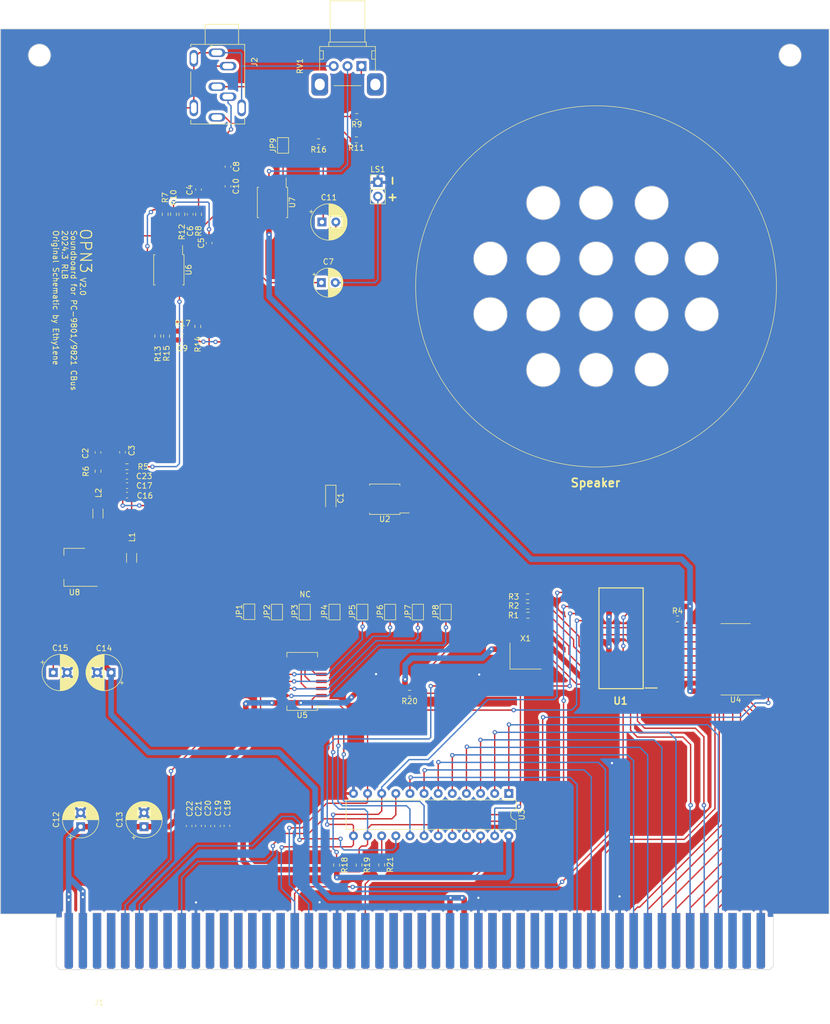
<source format=kicad_pcb>
(kicad_pcb (version 20221018) (generator pcbnew)
  (title_block (title "OPN3 Soundboard for PC-98 CBus") (date "2024-03-14") (rev "2.0"))
  (layers (0 "F.Cu" signal) (31 "B.Cu" signal) (34 "B.Paste" user) (35 "F.Paste" user) (36 "B.SilkS" user "B.Silkscreen") (37 "F.SilkS" user "F.Silkscreen") (38 "B.Mask" user) (39 "F.Mask" user) (44 "Edge.Cuts" user))
  (net 0 "")
  (net 1 "Net-(U2-REF)")
  (net 2 "GNDA")
  (net 3 "/VREF")
  (net 4 "Net-(C4-Pad1)")
  (net 5 "Net-(C4-Pad2)")
  (net 6 "/LA")
  (net 7 "Net-(C5-Pad2)")
  (net 8 "Net-(U6A--)")
  (net 9 "Net-(C7-Pad1)")
  (net 10 "Net-(C7-Pad2)")
  (net 11 "Net-(C8-Pad1)")
  (net 12 "Net-(C10-Pad1)")
  (net 13 "/RA")
  (net 14 "Net-(C9-Pad2)")
  (net 15 "Net-(U6B--)")
  (net 16 "Net-(C11-Pad1)")
  (net 17 "Net-(C11-Pad2)")
  (net 18 "VCC")
  (net 19 "GND")
  (net 20 "+12VA")
  (net 21 "Net-(U8-VO)")
  (net 22 "+5VA")
  (net 25 "/A0")
  (net 26 "/A1")
  (net 27 "/A2")
  (net 28 "/A3")
  (net 29 "/A4")
  (net 30 "/A5")
  (net 31 "/A6")
  (net 32 "/A7")
  (net 33 "/A8")
  (net 34 "/A9")
  (net 51 "/~{IOR}")
  (net 52 "/~{IOW}")
  (net 59 "/~{EN}")
  (net 62 "/IORDY")
  (net 63 "/CLK")
  (net 68 "/D0")
  (net 69 "/D1")
  (net 70 "/D2")
  (net 71 "/D3")
  (net 72 "/D4")
  (net 73 "/D5")
  (net 74 "/D6")
  (net 75 "/D7")
  (net 89 "/INT5")
  (net 93 "/~{RST}")
  (net 107 "Net-(J2-Pad5)")
  (net 108 "Net-(J2-Pad4)")
  (net 109 "Net-(U5-Q0)")
  (net 110 "/Q")
  (net 111 "Net-(U5-Q1)")
  (net 112 "Net-(U5-Q2)")
  (net 113 "Net-(U5-Q3)")
  (net 114 "Net-(U5-Q4)")
  (net 115 "Net-(U5-Q5)")
  (net 116 "Net-(U5-Q6)")
  (net 117 "Net-(U5-Q7)")
  (net 118 "Net-(JP9-Pad1)")
  (net 119 "Net-(JP9-Pad2)")
  (net 120 "/SEL1")
  (net 121 "/LRO")
  (net 122 "Net-(U2-LRCK)")
  (net 123 "/SO")
  (net 124 "Net-(U2-SI)")
  (net 125 "/BCO")
  (net 126 "Net-(U2-CLK)")
  (net 127 "Net-(U6A-+)")
  (net 128 "Net-(R8-Pad2)")
  (net 129 "Net-(R11-Pad1)")
  (net 130 "Net-(U6B-+)")
  (net 131 "Net-(R14-Pad2)")
  (net 132 "/~{IRQ}")
  (net 133 "/SEL2")
  (net 134 "Net-(U7-+)")
  (net 135 "/DB0")
  (net 136 "/DB1")
  (net 137 "/DB2")
  (net 138 "/DB3")
  (net 139 "/DB4")
  (net 140 "/DB5")
  (net 141 "/DB6")
  (net 142 "/DB7")
  (net 145 "/~{CS}")
  (net 147 "Net-(U1-MCLK)")
  (net 148 "/DSB")
  (net 149 "/DSA")
  (net 150 "/~{DIR}")
  (footprint "Capacitor_SMD:C_0603_1608Metric" (layer "F.Cu") (at 55.61 160.45 -90)
    (fp_text reference "C21")
    (fp_text value "0.1UF" hide)
  )
  (footprint "Capacitor_THT:CP_Radial_D5.0mm_P2.50mm" (layer "F.Cu") (at 77.6999 62.85)
    (fp_text reference "C7")
    (fp_text value "220uf")
  )
  (footprint "Oscillator:Oscillator_SMD_SeikoEpson_SG8002CE-4Pin_3.2x2.5mm_HandSoldering" (layer "F.Cu") (at 114.42 129.93)
    (fp_text reference "X1")
    (fp_text value "FK0800019Q  8 MHz")
  )
  (footprint "Capacitor_THT:CP_Radial_D6.3mm_P2.50mm" (layer "F.Cu") (at 29.4824 132.9)
    (fp_text reference "C15")
    (fp_text value "100UF")
  )
  (footprint "Jumper:SolderJumper-2_P1.3mm_Open_Pad1.0x1.5mm" (layer "F.Cu") (at 69.71 122.0375 90)
    (fp_text reference "JP2")
    (fp_text value "Jumper_NO_Small")
  )
  (footprint "Jumper:SolderJumper-2_P1.3mm_Open_Pad1.0x1.5mm" (layer "F.Cu") (at 100.06 122.0375 90)
    (fp_text reference "JP8")
    (fp_text value "Jumper_NO_Small")
  )
  (footprint "Capacitor_SMD:C_0603_1608Metric" (layer "F.Cu") (at 55.61 46.12 -90)
    (fp_text reference "C4")
    (fp_text value "10UF" hide)
  )
  (footprint "Jumper:SolderJumper-2_P1.3mm_Open_Pad1.0x1.5mm" (layer "F.Cu") (at 95.06 122.0375 90)
    (fp_text reference "JP7")
    (fp_text value "Jumper_NO_Small")
  )
  (footprint "OPN3:YMF288-M" (layer "F.Cu") (at 131.6 126.75 180)
    (fp_text reference "U1")
    (fp_text value "YMF-288M" hide)
  )
  (footprint "Capacitor_SMD:C_0603_1608Metric" (layer "F.Cu") (at 53.91 160.475 -90)
    (fp_text reference "C22")
    (fp_text value "0.1UF" hide)
  )
  (footprint "Capacitor_THT:CP_Radial_D6.3mm_P2.50mm" (layer "F.Cu") (at 39.8824 132.9 180)
    (fp_text reference "C14")
    (fp_text value "100UF")
  )
  (footprint "Resistor_SMD:R_0603_1608Metric" (layer "F.Cu") (at 42.735 95.93 180)
    (fp_text reference "R5")
    (fp_text value "470" hide)
  )
  (footprint "Resistor_SMD:R_0603_1608Metric" (layer "F.Cu") (at 55.48 70.72 90)
    (fp_text reference "R14")
    (fp_text value "10" hide)
  )
  (footprint "Capacitor_SMD:C_0603_1608Metric" (layer "F.Cu") (at 59.01 160.475 -90)
    (fp_text reference "C19")
    (fp_text value "0.1UF" hide)
  )
  (footprint "Capacitor_SMD:C_0603_1608Metric" (layer "F.Cu") (at 41.935 93.33 90)
    (fp_text reference "C3")
    (fp_text value "0.1UF" hide)
  )
  (footprint "Resistor_SMD:R_0603_1608Metric" (layer "F.Cu") (at 83.99 37.2 180)
    (fp_text reference "R11")
    (fp_text value "10K")
  )
  (footprint "Inductor_SMD:L_1206_3216Metric" (layer "F.Cu") (at 37.52 104.34 90)
    (fp_text reference "L2")
    (fp_text value "10UH")
  )
  (footprint "Resistor_SMD:R_0603_1608Metric" (layer "F.Cu") (at 84.49 167.49 -90)
    (fp_text reference "R19")
    (fp_text value "10K")
  )
  (footprint "Package_SO:SOIC-8_5.23x5.23mm_P1.27mm" (layer "F.Cu") (at 68.905 48.45 -90)
    (fp_text reference "U7")
    (fp_text value "LM386MX-1/NOPB")
  )
  (footprint "Jumper:SolderJumper-2_P1.3mm_Open_Pad1.0x1.5mm" (layer "F.Cu") (at 80.06 122.0375 90)
    (fp_text reference "JP4")
    (fp_text value "Jumper_NO_Small")
  )
  (footprint "Capacitor_SMD:C_0603_1608Metric" (layer "F.Cu") (at 42.735 101.03 180)
    (fp_text reference "C16")
    (fp_text value "0.1UF" hide)
  )
  (footprint "Capacitor_SMD:C_0603_1608Metric" (layer "F.Cu") (at 60.905 42.025 -90)
    (fp_text reference "C8")
    (fp_text value "10UF" hide)
  )
  (footprint "Resistor_SMD:R_0603_1608Metric" (layer "F.Cu") (at 141.75 123.27)
    (fp_text reference "R4")
    (fp_text value "10K")
  )
  (footprint "Package_SO:SO-20_5.3x12.6mm_P1.27mm" (layer "F.Cu") (at 152.1975 130.525 180)
    (fp_text reference "U4")
    (fp_text value "74LS245")
  )
  (footprint "Package_DIP:DIP-24_W7.62mm" (layer "F.Cu") (at 111.41 154.63 -90)
    (fp_text reference "U3")
    (fp_text value "GAL20V8")
  )
  (footprint "Resistor_SMD:R_0603_1608Metric" (layer "F.Cu") (at 80.44 167.49 -90)
    (fp_text reference "R18")
    (fp_text value "10K")
  )
  (footprint "Capacitor_THT:CP_Radial_D6.3mm_P2.50mm" (layer "F.Cu") (at 77.805 51.95)
    (fp_text reference "C11")
    (fp_text value "10UF")
  )
  (footprint "Jumper:SolderJumper-2_P1.3mm_Open_Pad1.0x1.5mm" (layer "F.Cu") (at 85.06 122.0375 90)
    (fp_text reference "JP5")
    (fp_text value "Jumper_NO_Small")
  )
  (footprint "Capacitor_SMD:C_0603_1608Metric" (layer "F.Cu") (at 54.11 50.58 -90)
    (fp_text reference "C6")
    (fp_text value "200PF" hide)
  )
  (footprint "Resistor_SMD:R_0603_1608Metric" (layer "F.Cu") (at 114.855 122.62 180)
    (fp_text reference "R1")
    (fp_text value "1K" hide)
  )
  (footprint "Resistor_SMD:R_0603_1608Metric" (layer "F.Cu") (at 49.605 50.575 -90)
    (fp_text reference "R7")
    (fp_text value "3.3K" hide)
  )
  (footprint "Inductor_SMD:L_1206_3216Metric" (layer "F.Cu") (at 43.575 112.3 90)
    (fp_text reference "L1")
    (fp_text value "10UH")
  )
  (footprint "Jumper:SolderJumper-2_P1.3mm_Open_Pad1.0x1.5mm" (layer "F.Cu") (at 64.72 121.9875 90)
    (fp_text reference "JP1")
    (fp_text value "Jumper_NO_Small")
  )
  (footprint "OPN3:CUI_SJ1-3535NS" (layer "F.Cu") (at 58.905 21.55 -90)
    (fp_text reference "J2")
    (fp_text value "SJ1-3535NS")
  )
  (footprint "Package_SO:SO-14_5.3x10.2mm_P1.27mm" (layer "F.Cu") (at 74.25 134.5 180)
    (fp_text reference "U5")
    (fp_text value "74HC164")
  )
  (footprint "Capacitor_SMD:C_0603_1608Metric" (layer "F.Cu") (at 57.505 55.75 90)
    (fp_text reference "C5")
    (fp_text value "2.2UF")
  )
  (footprint "Resistor_SMD:R_0603_1608Metric" (layer "F.Cu") (at 55.61 50.58 -90)
    (fp_text reference "R8")
    (fp_text value "10" hide)
  )
  (footprint "Resistor_SMD:R_0603_1608Metric" (layer "F.Cu") (at 51.105 50.575 -90)
    (fp_text reference "R10")
    (fp_text value "5.6K" hide)
  )
  (footprint "Package_TO_SOT_SMD:SOT-223-3_TabPin2" (layer "F.Cu") (at 33.3 114 180)
    (fp_text reference "U8")
    (fp_text value "AZ1117IH-5.0TRG1")
  )
  (footprint "Resistor_SMD:R_0603_1608Metric" (layer "F.Cu") (at 52.73 71.55 180)
    (fp_text reference "R17")
    (fp_text value "10K" hide)
  )
  (footprint "Resistor_SMD:R_0603_1608Metric" (layer "F.Cu") (at 77.205 37.53 180)
    (fp_text reference "R16")
    (fp_text value "1.2K")
  )
  (footprint "Capacitor_THT:CP_Radial_D6.3mm_P2.50mm" (layer "F.Cu") (at 34.4 160.6 90)
    (fp_text reference "C12")
    (fp_text value "100UF")
  )
  (footprint "Capacitor_SMD:C_0603_1608Metric" (layer "F.Cu") (at 37.53 93.36 90)
    (fp_text reference "C2")
    (fp_text value "10UF" hide)
  )
  (footprint "Jumper:SolderJumper-2_P1.3mm_Open_Pad1.0x1.5mm" (layer "F.Cu") (at 90.06 122.0375 90)
    (fp_text reference "JP6")
    (fp_text value "Jumper_NO_Small")
  )
  (footprint "Resistor_SMD:R_0603_1608Metric" (layer "F.Cu") (at 48.28 72.46 90)
    (fp_text reference "R13")
    (fp_text value "3.3K" hide)
  )
  (footprint "Resistor_SMD:R_0603_1608Metric" (layer "F.Cu") (at 93.56 136.6175 180)
    (fp_text reference "R20")
    (fp_text value "10K")
  )
  (footprint "Package_SO:SOIC-8_5.23x5.23mm_P1.27mm" (layer "F.Cu") (at 50.27 60.55 -90)
    (fp_text reference "U6")
    (fp_text value "LM2904DR")
  )
  (footprint "Resistor_SMD:R_0603_1608Metric" (layer "F.Cu") (at 114.805 120.96 180)
    (fp_text reference "R2")
    (fp_text value "1K" hide)
  )
  (footprint "Potentiometer_THT:Potentiometer_Alps_RK09K_Single_Horizontal" (layer "F.Cu") (at 84.905 23.95 -90)
    (fp_text reference "RV1")
    (fp_text value "RK09K1110A0J")
  )
  (footprint "Capacitor_Tantalum_SMD:CP_EIA-3216-18_Kemet-A" (layer "F.Cu") (at 79.4 101.5525 -90)
    (fp_text reference "C1")
    (fp_text value "10UF")
  )
  (footprint "Jumper:SolderJumper-2_P1.3mm_Open_Pad1.0x1.5mm" (layer "F.Cu") (at 70.805 38.2 90)
    (fp_text reference "JP9")
    (fp_text value "jmp")
  )
  (footprint "Capacitor_SMD:C_0603_1608Metric" (layer "F.Cu") (at 60.71 160.45 -90)
    (fp_text reference "C18")
    (fp_text value "0.1UF" hide)
  )
  (footprint "Capacitor_SMD:C_0603_1608Metric" (layer "F.Cu") (at 52.705 73.15 180)
    (fp_text reference "C9")
    (fp_text value "2.2UF" hide)
  )
  (footprint "Capacitor_THT:CP_Radial_D6.3mm_P2.50mm" (layer "F.Cu") (at 45.8 160.6 90)
    (fp_text reference "C13")
    (fp_text value "100UF")
  )
  (footprint "Capacitor_SMD:C_0603_1608Metric" (layer "F.Cu") (at 42.76 99.33 180)
    (fp_text reference "C17")
    (fp_text value "0.1UF" hide)
  )
  (footprint "Capacitor_SMD:C_0603_1608Metric" (layer "F.Cu") (at 42.735 97.63 180)
    (fp_text reference "C23")
    (fp_text value "0.1UF" hide)
  )
  (footprint "Jumper:SolderJumper-2_P1.3mm_Bridged_Pad1.0x1.5mm" (layer "F.Cu") (at 74.71 122.0375 90)
    (fp_text reference "JP3")
    (fp_text value "W")
  )
  (footprint "Resistor_SMD:R_0603_1608Metric" (layer "F.Cu") (at 114.785 119.29 180)
    (fp_text reference "R3")
    (fp_text value "1K" hide)
  )
  (footprint "Resistor_SMD:R_0603_1608Metric" (layer "F.Cu") (at 88.54 167.46 90)
    (fp_text reference "R21")
    (fp_text value "10K")
  )
  (footprint "Package_SO:SOIC-8_5.23x5.23mm_P1.27mm" (layer "F.Cu") (at 89.1 101.77 180)
    (fp_text reference "U2")
    (fp_text value "uPD6379")
  )
  (footprint "Capacitor_SMD:C_0603_1608Metric" (layer "F.Cu") (at 57.31 160.475 -90)
    (fp_text reference "C20")
    (fp_text value "0.1UF" hide)
  )
  (footprint "Capacitor_SMD:C_0603_1608Metric" (layer "F.Cu") (at 60.905 45.55 -90)
    (fp_text reference "C10")
    (fp_text value "200PF" hide)
  )
  (footprint "Resistor_SMD:R_0603_1608Metric" (layer "F.Cu") (at 84.065 33.005 180)
    (fp_text reference "R9")
    (fp_text value "10K")
  )
  (footprint "Connector_PinHeader_2.54mm:PinHeader_1x02_P2.54mm_Vertical" (layer "F.Cu") (at 87.86 44.825)
    (fp_text reference "LS1")
    (fp_text value "Speaker")
  )
  (footprint "Resistor_SMD:R_0603_1608Metric" (layer "F.Cu") (at 52.61 50.575 -90)
    (fp_text reference "R12")
    (fp_text value "10K" hide)
  )
  (footprint "OPN3:PC-98 CBus Pads 1-100" (layer "F.Cu") (at 29.73 186.2)
    (fp_text reference "J1")
    (fp_text value "CBUS_EDGE_CON")
  )
  (footprint "Resistor_SMD:R_0603_1608Metric" (layer "F.Cu") (at 37.535 96.73 -90)
    (fp_text reference "R6")
    (fp_text value "680" hide)
  )
  (footprint "Resistor_SMD:R_0603_1608Metric" (layer "F.Cu") (at 49.86 72.46 90)
    (fp_text reference "R15")
    (fp_text value "5.6K" hide)
  )
  (gr_circle (center 127.1 63.53) (end 159.549961 63.53) (stroke (width 0.1)) (fill none) (layer "F.SilkS"))
  (gr_circle (center 117.6 58.53) (end 117.6 61.53) (stroke (width 0.1)) (fill none) (layer "Edge.Cuts"))
  (gr_circle (center 108.1 68.53) (end 108.1 71.53) (stroke (width 0.1)) (fill none) (layer "Edge.Cuts"))
  (gr_circle (center 27 22) (end 27 24) (stroke (width 0.1)) (fill none) (layer "Edge.Cuts"))
  (gr_circle (center 137.1 48.53) (end 137.1 51.53) (stroke (width 0.1)) (fill none) (layer "Edge.Cuts"))
  (gr_line locked (start 30 185.61) (end 30 176.276) (stroke (width 0.1)) (layer "Edge.Cuts"))
  (gr_line locked (start 30 176.276) (end 20 176.276) (stroke (width 0.1)) (layer "Edge.Cuts"))
  (gr_circle (center 162 22) (end 162 24) (stroke (width 0.1)) (fill none) (layer "Edge.Cuts"))
  (gr_line locked (start 20 176.276) (end 20 17.276) (stroke (width 0.1)) (layer "Edge.Cuts"))
  (gr_circle (center 137.1 68.53) (end 137.1 71.53) (stroke (width 0.1)) (fill none) (layer "Edge.Cuts"))
  (gr_circle (center 127.1 78.53) (end 127.1 81.53) (stroke (width 0.1)) (fill none) (layer "Edge.Cuts"))
  (gr_line locked (start 169 176.276) (end 159 176.276) (stroke (width 0.1)) (layer "Edge.Cuts"))
  (gr_circle (center 127.1 58.53) (end 127.1 61.53) (stroke (width 0.1)) (fill none) (layer "Edge.Cuts"))
  (gr_line locked (start 158.35 186.275) (end 159 185.62) (stroke (width 0.1)) (layer "Edge.Cuts"))
  (gr_circle (center 137.1 58.53) (end 137.1 61.53) (stroke (width 0.1)) (fill none) (layer "Edge.Cuts"))
  (gr_line locked (start 20 17.276) (end 169 17.276) (stroke (width 0.1)) (layer "Edge.Cuts"))
  (gr_circle (center 117.6 78.53) (end 117.6 81.53) (stroke (width 0.1)) (fill none) (layer "Edge.Cuts"))
  (gr_line locked (start 30.66 186.27) (end 158.35 186.275) (stroke (width 0.1)) (layer "Edge.Cuts"))
  (gr_circle (center 127.1 48.53) (end 127.1 51.53) (stroke (width 0.1)) (fill none) (layer "Edge.Cuts"))
  (gr_circle (center 137.1 78.48) (end 137.1 81.48) (stroke (width 0.1)) (fill none) (layer "Edge.Cuts"))
  (gr_line locked (start 169 17.276) (end 169 176.276) (stroke (width 0.1)) (layer "Edge.Cuts"))
  (gr_circle (center 146.1 68.53) (end 146.1 71.53) (stroke (width 0.1)) (fill none) (layer "Edge.Cuts"))
  (gr_circle (center 117.6 48.53) (end 117.6 51.53) (stroke (width 0.1)) (fill none) (layer "Edge.Cuts"))
  (gr_circle (center 127.1 68.53) (end 127.1 71.53) (stroke (width 0.1)) (fill none) (layer "Edge.Cuts"))
  (gr_circle (center 117.6 68.53) (end 117.6 71.53) (stroke (width 0.1)) (fill none) (layer "Edge.Cuts"))
  (gr_circle (center 108.1 58.53) (end 108.1 61.53) (stroke (width 0.1)) (fill none) (layer "Edge.Cuts"))
  (gr_line locked (start 159 176.276) (end 159 185.62) (stroke (width 0.1)) (layer "Edge.Cuts"))
  (gr_line locked (start 30.66 186.27) (end 30 185.61) (stroke (width 0.1)) (layer "Edge.Cuts"))
  (gr_circle (center 146.1 58.53) (end 146.1 61.53) (stroke (width 0.1)) (fill none) (layer "Edge.Cuts"))
  (gr_text "+ -" (at 91.27 48.67 90) (layer "F.SilkS") (effects (font (size 1.5 1.5) (thickness 0.3) bold) (justify left bottom)))
  (gr_text "Soundboard for PC-9801/9821 CBus\n2024.3 RLB\nOriginal Schematic by Ethy1ene" (at 29.35 53.35 270) (layer "F.SilkS") (effects (font (size 1 1)) (justify left bottom)))
  (gr_text "NC" (at 73.66 119.4375) (layer "F.SilkS") (effects (font (size 1 1)) (justify left bottom)))
  (gr_text "V2.0" (at 34.2 61.85 -90) (layer "F.SilkS") (effects (font (size 1 1)) (justify left bottom)))
  (gr_text "Speaker" (at 122.371429 99.7) (layer "F.SilkS") (effects (font (size 1.5 1.5) (thickness 0.3) bold) (justify left bottom)))
  (gr_text "OPN3" (at 34.13 52.98 -90) (layer "F.SilkS") (effects (font (size 2 2) (thickness 0.2) bold) (justify left bottom)))
  (segment (start 81.7025 100.2025) (end 79.4 100.2025) (width 0.25) (layer "F.Cu") (net 1))
  (segment (start 85.5 101.135) (end 82.635 101.135) (width 0.25) (layer "F.Cu") (net 1))
  (segment (start 82.635 101.135) (end 81.7025 100.2025) (width 0.25) (layer "F.Cu") (net 1))
  (segment (start 41.97 101.04) (end 41.96 101.03) (width 0.25) (layer "F.Cu") (net 2))
  (segment (start 82.6 102.4) (end 82.1 102.9) (width 0.25) (layer "F.Cu") (net 2))
  (segment (start 37.53 92.575) (end 37.535 92.58) (width 0.25) (layer "F.Cu") (net 2))
  (segment (start 79.4025 102.9) (end 79.4 102.9025) (width 0.25) (layer "F.Cu") (net 2))
  (segment (start 41.97 102.91) (end 41.97 101.04) (width 0.25) (layer "F.Cu") (net 2))
  (segment (start 48.365 56.95) (end 48.365 54.775) (width 0.25) (layer "F.Cu") (net 2))
  (segment (start 85.495 102.4) (end 82.6 102.4) (width 0.25) (layer "F.Cu") (net 2))
  (segment (start 48.365 54.775) (end 48.03 54.44) (width 0.25) (layer "F.Cu") (net 2))
  (segment (start 36.265 92.575) (end 37.53 92.575) (width 0.25) (layer "F.Cu") (net 2))
  (segment (start 41.96 97.63) (end 37.61 97.63) (width 0.25) (layer "F.Cu") (net 2))
  (segment (start 44.9525 102.9025) (end 44.95 102.9) (width 0.25) (layer "F.Cu") (net 2))
  (segment (start 41.935 92.555) (end 41.935 54.44) (width 0.25) (layer "F.Cu") (net 2))
  (segment (start 41.985 99.33) (end 41.985 97.655) (width 0.25) (layer "F.Cu") (net 2))
  (segment (start 54.755 22.55) (end 55.755 21.55) (width 0.25) (layer "F.Cu") (net 2))
  (segment (start 36.275 97.555) (end 36.07 97.35) (width 0.25) (layer "F.Cu") (net 2))
  (segment (start 37.535 92.58) (end 39.28 92.58) (width 0.25) (layer "F.Cu") (net 2))
  (segment (start 41.91 92.58) (end 41.935 92.555) (width 0.25) (layer "F.Cu") (net 2))
  (segment (start 44.17 31.45) (end 54.755 31.45) (width 0.25) (layer "F.Cu") (net 2))
  (segment (start 41.96 99.355) (end 41.985 99.33) (width 0.25) (layer "F.Cu") (net 2))
  (segment (start 48.03 54.44) (end 41.935 54.44) (width 0.25) (layer "F.Cu") (net 2))
  (segment (start 55.755 21.55) (end 58.905 21.55) (width 0.25) (layer "F.Cu") (net 2))
  (segment (start 85.5 102.405) (end 85.495 102.4) (width 0.25) (layer "F.Cu") (net 2))
  (segment (start 37.535 97.555) (end 37.535 102.365) (width 0.25) (layer "F.Cu") (net 2))
  (segment (start 36.07 92.77) (end 36.265 92.575) (width 0.25) (layer "F.Cu") (net 2))
  (segment (start 37.61 97.63) (end 37.535 97.555) (width 0.25) (layer "F.Cu") (net 2))
  (segment (start 41.96 101.03) (end 41.96 99.355) (width 0.25) (layer "F.Cu") (net 2))
  (segment (start 37.535 102.365) (end 37.515 102.385) (width 0.25) (layer "F.Cu") (net 2))
  (segment (start 54.755 31.45) (end 54.755 22.55) (width 0.25) (layer "F.Cu") (net 2))
  (segment (start 39.29 92.58) (end 41.91 92.58) (width 0.25) (layer "F.Cu") (net 2))
  (segment (start 41.935 33.685) (end 44.17 31.45) (width 0.25) (layer "F.Cu") (net 2))
  (segment (start 37.535 97.555) (end 36.275 97.555) (width 0.25) (layer "F.Cu") (net 2))
  (segment (start 82.1 102.9) (end 79.4025 102.9) (width 0.25) (layer "F.Cu") (net 2))
  (segment (start 41.985 97.655) (end 41.96 97.63) (width 0.25) (layer "F.Cu") (net 2))
  (segment (start 41.935 54.44) (end 41.935 33.685) (width 0.25) (layer "F.Cu") (net 2))
  (segment (start 36.07 97.35) (end 36.07 92.77) (width 0.25) (layer "F.Cu") (net 2))
  (segment (start 79.4 102.9025) (end 44.9525 102.9025) (width 0.25) (layer "F.Cu") (net 2))
  (via (at 44.95 102.9) (size 0.8) (drill 0.4) (layers "F.Cu" "B.Cu") (net 2))
  (via (at 41.97 102.91) (size 0.8) (drill 0.4) (layers "F.Cu" "B.Cu") (net 2))
  (segment (start 63.1 21.55) (end 58.905 21.55) (width 0.25) (layer "B.Cu") (net 2))
  (segment (start 63.355 21.765) (end 63.12 21.53) (width 0.25) (layer "B.Cu") (net 2))
  (segment (start 63.375 23.95) (end 63.355 23.93) (width 0.25) (layer "B.Cu") (net 2))
  (segment (start 79.905 23.95) (end 63.375 23.95) (width 0.25) (layer "B.Cu") (net 2))
  (segment (start 41.98 102.9) (end 41.97 102.91) (width 0.25) (layer "B.Cu") (net 2))
  (segment (start 63.355 31.45) (end 63.355 23.93) (width 0.25) (layer "B.Cu") (net 2))
  (segment (start 63.12 21.53) (end 63.1 21.55) (width 0.25) (layer "B.Cu") (net 2))
  (segment (start 44.95 102.9) (end 41.98 102.9) (width 0.25) (layer "B.Cu") (net 2))
  (segment (start 63.355 23.93) (end 63.355 21.765) (width 0.25) (layer "B.Cu") (net 2))
  (segment (start 37.53 94.125) (end 37.53 95.9) (width 0.25) (layer "F.Cu") (net 3))
  (segment (start 47.905 94.105) (end 41.935 94.105) (width 0.25) (layer "F.Cu") (net 3))
  (segment (start 46.41 56.3) (end 46.41 72.54) (width 0.25) (layer "F.Cu") (net 3))
  (segment (start 47.155 73.285) (end 48.28 73.285) (width 0.25) (layer "F.Cu") (net 3))
  (segment (start 47.47 49.75) (end 47.05 50.17) (width 0.25) (layer "F.Cu") (net 3))
  (segment (start 37.53 95.9) (end 37.535 95.905) (width 0.25) (layer "F.Cu") (net 3))
  (segment (start 46.41 72.54) (end 47.155 73.285) (width 0.25) (layer "F.Cu") (net 3))
  (segment (start 41.91 95.93) (end 37.56 95.93) (width 0.25) (layer "F.Cu") (net 3))
  (segment (start 49.605 49.75) (end 47.47 49.75) (width 0.25) (layer "F.Cu") (net 3))
  (segment (start 37.56 95.93) (end 37.535 95.905) (width 0.25) (layer "F.Cu") (net 3))
  (segment (start 48.28 73.285) (end 48.28 93.73) (width 0.25) (layer "F.Cu") (net 3))
  (segment (start 48.28 93.73) (end 47.905 94.105) (width 0.25) (layer "F.Cu") (net 3))
  (segment (start 41.935 95.905) (end 41.91 95.93) (width 0.25) (layer "F.Cu") (net 3))
  (segment (start 41.935 94.105) (end 41.935 95.905) (width 0.25) (layer "F.Cu") (net 3))
  (via (at 47.05 50.17) (size 0.8) (drill 0.4) (layers "F.Cu" "B.Cu") (net 3))
  (via (at 46.41 56.3) (size 0.8) (drill 0.4) (layers "F.Cu" "B.Cu") (net 3))
  (segment (start 46.41 50.81) (end 47.05 50.17) (width 0.25) (layer "B.Cu") (net 3))
  (segment (start 46.41 56.3) (end 46.41 50.81) (width 0.25) (layer "B.Cu") (net 3))
  (segment (start 57.63 23.95) (end 60.905 23.95) (width 0.25) (layer "F.Cu") (net 4))
  (segment (start 56.58 25) (end 57.63 23.95) (width 0.25) (layer "F.Cu") (net 4))
  (segment (start 56.58 44.375) (end 56.58 25) (width 0.25) (layer "F.Cu") (net 4))
  (segment (start 55.61 45.345) (end 56.58 44.375) (width 0.25) (layer "F.Cu") (net 4))
  (segment (start 55.605 49.75) (end 55.61 49.755) (width 0.25) (layer "F.Cu") (net 5))
  (segment (start 55.61 49.755) (end 55.61 46.895) (width 0.25) (layer "F.Cu") (net 5))
  (segment (start 52.61 49.75) (end 55.605 49.75) (width 0.25) (layer "F.Cu") (net 5))
  (segment (start 75.28 90.51) (end 57.93 90.51) (width 0.25) (layer "F.Cu") (net 6))
  (segment (start 87.06 98.69) (end 83.46 98.69) (width 0.25) (layer "F.Cu") (net 6))
  (segment (start 85.5 103.675) (end 86.985 103.675) (width 0.25) (layer "F.Cu") (net 6))
  (segment (start 83.46 98.69) (end 75.28 90.51) (width 0.25) (layer "F.Cu") (net 6))
  (segment (start 87.37 103.29) (end 87.37 99) (width 0.25) (layer "F.Cu") (net 6))
  (segment (start 57.93 90.51) (end 57.505 90.085) (width 0.25) (layer "F.Cu") (net 6))
  (segment (start 57.505 90.085) (end 57.505 56.525) (width 0.25) (layer "F.Cu") (net 6))
  (segment (start 87.37 99) (end 87.06 98.69) (width 0.25) (layer "F.Cu") (net 6))
  (segment (start 86.985 103.675) (end 87.37 103.29) (width 0.25) (layer "F.Cu") (net 6))
  (segment (start 51.105 48.415) (end 51.13 48.39) (width 0.25) (layer "F.Cu") (net 7))
  (segment (start 51.105 49.75) (end 51.105 48.415) (width 0.25) (layer "F.Cu") (net 7))
  (segment (start 57.5 53.27) (end 57.5 54.97) (width 0.25) (layer "F.Cu") (net 7))
  (segment (start 57.5 54.97) (end 57.505 54.975) (width 0.25) (layer "F.Cu") (net 7))
  (via (at 57.5 53.27) (size 0.8) (drill 0.4) (layers "F.Cu" "B.Cu") (net 7))
  (via (at 51.13 48.39) (size 0.8) (drill 0.4) (layers "F.Cu" "B.Cu") (net 7))
  (segment (start 57.51 48.59) (end 57.51 53.26) (width 0.25) (layer "B.Cu") (net 7))
  (segment (start 51.13 48.39) (end 57.31 48.39) (width 0.25) (layer "B.Cu") (net 7))
  (segment (start 57.31 48.39) (end 57.51 48.59) (width 0.25) (layer "B.Cu") (net 7))
  (segment (start 57.51 53.26) (end 57.5 53.27) (width 0.25) (layer "B.Cu") (net 7))
  (segment (start 51.105 52.475) (end 50.905 52.675) (width 0.25) (layer "F.Cu") (net 8))
  (segment (start 51.105 51.4) (end 54.065 51.4) (width 0.25) (layer "F.Cu") (net 8))
  (segment (start 50.905 52.675) (end 50.905 56.95) (width 0.25) (layer "F.Cu") (net 8))
  (segment (start 54.065 51.4) (end 54.11 51.355) (width 0.25) (layer "F.Cu") (net 8))
  (segment (start 51.105 51.4) (end 51.105 52.475) (width 0.25) (layer "F.Cu") (net 8))
  (segment (start 68.13 62.85) (end 67 61.72) (width 0.25) (layer "F.Cu") (net 9))
  (segment (start 67 61.72) (end 67 52.05) (width 0.25) (layer "F.Cu") (net 9))
  (segment (start 77.6999 62.85) (end 68.13 62.85) (width 0.25) (layer "F.Cu") (net 9))
  (segment (start 87.86 62.31) (end 87.32 62.85) (width 0.25) (layer "B.Cu") (net 10))
  (segment (start 87.86 47.365) (end 87.86 62.31) (width 0.25) (layer "B.Cu") (net 10))
  (segment (start 87.32 62.85) (end 80.1999 62.85) (width 0.25) (layer "B.Cu") (net 10))
  (segment (start 60.905 35.865) (end 61.45 35.32) (width 0.25) (layer "F.Cu") (net 11))
  (segment (start 60.905 41.25) (end 60.905 35.865) (width 0.25) (layer "F.Cu") (net 11))
  (via (at 61.45 35.32) (size 0.8) (drill 0.4) (layers "F.Cu" "B.Cu") (net 11))
  (segment (start 61.45 31.11) (end 60.905 30.565) (width 0.25) (layer "B.Cu") (net 11))
  (segment (start 61.45 35.32) (end 61.45 31.11) (width 0.25) (layer "B.Cu") (net 11))
  (segment (start 60.905 30.565) (end 60.905 29.45) (width 0.25) (layer "B.Cu") (net 11))
  (segment (start 55.83 73.46) (end 56.49 73.46) (width 0.25) (layer "F.Cu") (net 12))
  (segment (start 62.135 44.775) (end 60.905 44.775) (width 0.25) (layer "F.Cu") (net 12))
  (segment (start 60.905 42.8) (end 60.905 44.775) (width 0.25) (layer "F.Cu") (net 12))
  (segment (start 55.475 71.55) (end 55.48 71.545) (width 0.25) (layer "F.Cu") (net 12))
  (segment (start 55.48 73.11) (end 55.79 73.42) (width 0.25) (layer "F.Cu") (net 12))
  (segment (start 62.84 72.81) (end 62.84 45.48) (width 0.25) (layer "F.Cu") (net 12))
  (segment (start 62.84 45.48) (end 62.135 44.775) (width 0.25) (layer "F.Cu") (net 12))
  (segment (start 53.555 71.55) (end 55.475 71.55) (width 0.25) (layer "F.Cu") (net 12))
  (segment (start 62.15 73.5) (end 62.84 72.81) (width 0.25) (layer "F.Cu") (net 12))
  (segment (start 58.66 73.5) (end 62.15 73.5) (width 0.25) (layer "F.Cu") (net 12))
  (segment (start 55.48 71.545) (end 55.48 73.11) (width 0.25) (layer "F.Cu") (net 12))
  (segment (start 55.79 73.42) (end 55.83 73.46) (width 0.25) (layer "F.Cu") (net 12))
  (via (at 58.66 73.5) (size 0.8) (drill 0.4) (layers "F.Cu" "B.Cu") (net 12))
  (via (at 56.49 73.46) (size 0.8) (drill 0.4) (layers "F.Cu" "B.Cu") (net 12))
  (segment (start 56.49 73.46) (end 58.62 73.46) (width 0.25) (layer "B.Cu") (net 12))
  (segment (start 58.62 73.46) (end 58.66 73.5) (width 0.25) (layer "B.Cu") (net 12))
  (segment (start 53.48 91.04) (end 53.48 73.15) (width 0.25) (layer "F.Cu") (net 13))
  (segment (start 85.5 99.865) (end 83.025 99.865) (width 0.25) (layer "F.Cu") (net 13))
  (segment (start 83.025 99.865) (end 74.77 91.61) (width 0.25) (layer "F.Cu") (net 13))
  (segment (start 74.77 91.61) (end 54.05 91.61) (width 0.25) (layer "F.Cu") (net 13))
  (segment (start 54.05 91.61) (end 53.48 91.04) (width 0.25) (layer "F.Cu") (net 13))
  (segment (start 50.03 73.15) (end 49.905 73.275) (width 0.25) (layer "F.Cu") (net 14))
  (segment (start 51.93 73.15) (end 50.03 73.15) (width 0.25) (layer "F.Cu") (net 14))
  (segment (start 49.635 62.255) (end 49.635 64.15) (width 0.25) (layer "F.Cu") (net 15))
  (segment (start 55.85 61.91) (end 49.98 61.91) (width 0.25) (layer "F.Cu") (net 15))
  (segment (start 60.905 48.305) (end 55.85 53.36) (width 0.25) (layer "F.Cu") (net 15))
  (segment (start 60.905 46.325) (end 60.905 48.305) (width 0.25) (layer "F.Cu") (net 15))
  (segment (start 49.635 68.295) (end 49.635 64.15) (width 0.25) (layer "F.Cu") (net 15))
  (segment (start 51.905 71.55) (end 49.945 71.55) (width 0.25) (layer "F.Cu") (net 15))
  (segment (start 49.98 61.91) (end 49.635 62.255) (width 0.25) (layer "F.Cu") (net 15))
  (segment (start 49.86 68.52) (end 49.635 68.295) (width 0.25) (layer "F.Cu") (net 15))
  (segment (start 49.945 71.55) (end 49.86 71.635) (width 0.25) (layer "F.Cu") (net 15))
  (segment (start 55.85 53.36) (end 55.85 61.91) (width 0.25) (layer "F.Cu") (net 15))
  (segment (start 49.86 71.635) (end 49.86 68.52) (width 0.25) (layer "F.Cu") (net 15))
  (segment (start 78.03 37.53) (end 78.03 51.725) (width 0.25) (layer "F.Cu") (net 16))
  (segment (start 78.03 51.725) (end 77.805 51.95) (width 0.25) (layer "F.Cu") (net 16))
  (segment (start 79.96 55.71) (end 80.305 55.365) (width 0.25) (layer "F.Cu") (net 17))
  (segment (start 80.305 55.365) (end 80.305 51.95) (width 0.25) (layer "F.Cu") (net 17))
  (segment (start 71.95 55.71) (end 79.96 55.71) (width 0.25) (layer "F.Cu") (net 17))
  (segment (start 70.81 54.57) (end 71.95 55.71) (width 0.25) (layer "F.Cu") (net 17))
  (segment (start 70.81 52.05) (end 70.81 54.57) (width 0.25) (layer "F.Cu") (net 17))
  (segment (start 45.8 160.6) (end 34.4 160.6) (width 1) (layer "F.Cu") (net 18))
  (segment (start 57.31 159.7) (end 55.635 159.7) (width 1) (layer "F.Cu") (net 18))
  (segment (start 53.935 159.675) (end 53.91 159.7) (width 1) (layer "F.Cu") (net 18))
  (segment (start 143.965 121.035) (end 142.75 121.035) (width 1) (layer "F.Cu") (net 18))
  (segment (start 70.7275 138.37) (end 68.81 138.37) (width 1) (layer "F.Cu") (net 18))
  (segment (start 64.11 145.94) (end 51.67 158.38) (width 1) (layer "F.Cu") (net 18))
  (segment (start 128.305 133.735) (end 126.2 133.735) (width 1) (layer "F.Cu") (net 18))
  (segment (start 148.725 136.25) (end 144 136.25) (width 1) (layer "F.Cu") (net 18))
  (segment (start 64.1 138.5) (end 64.11 138.51) (width 1) (layer "F.Cu") (net 18))
  (segment (start 83.8625 136.6175) (end 92.735 136.6175) (width 1) (layer "F.Cu") (net 18))
  (segment (start 63.63 161.05) (end 62.22 159.64) (width 1) (layer "F.Cu") (net 18))
  (segment (start 116.79 126.1) (end 113.94 126.1) (width 1) (layer "F.Cu") (net 18))
  (segment (start 148.735 136.24) (end 148.725 136.25) (width 1) (layer "F.Cu") (net 18))
  (segment (start 51.66 159.675) (end 51.265 159.675) (width 1) (layer "F.Cu") (net 18))
  (segment (start 50.34 160.6) (end 45.8 160.6) (width 1) (layer "F.Cu") (net 18))
  (segment (start 60.71 159.675) (end 59.035 159.675) (width 1) (layer "F.Cu") (net 18))
  (segment (start 80.44 168.315) (end 65.205 168.315) (width 1) (layer "F.Cu") (net 18))
  (segment (start 124.425 133.735) (end 116.79 126.1) (width 1) (layer "F.Cu") (net 18))
  (segment (start 129.43 122.92) (end 129.43 122.05) (width 1) (layer "F.Cu") (net 18))
  (segment (start 51.67 158.38) (end 51.67 159.665) (width 1) (layer "F.Cu") (net 18))
  (segment (start 129.41 128.25) (end 128.545 127.385) (width 1) (layer "F.Cu") (net 18))
  (segment (start 80.47 169.7) (end 80.47 168.345) (width 1) (layer "F.Cu") (net 18))
  (segment (start 63.63 166.74) (end 63.63 161.05) (width 1) (layer "F.Cu") (net 18))
  (segment (start 68.27 54.21) (end 68.3 54.24) (width 1) (layer "F.Cu") (net 18))
  (segment (start 55.635 159.7) (end 55.61 159.675) (width 1) (layer "F.Cu") (net 18))
  (segment (start 129.41 132.63) (end 128.305 133.735) (width 1) (layer "F.Cu") (net 18))
  (segment (start 144 121) (end 143.965 121.035) (width 1) (layer "F.Cu") (net 18))
  (segment (start 83.11 137.37) (end 83.8625 136.6175) (width 1) (layer "F.Cu") (net 18))
  (segment (start 112.87 127.17) (end 112.87 128.68) (width 1) (layer "F.Cu") (net 18))
  (segment (start 68.27 52.05) (end 68.27 54.21) (width 1) (layer "F.Cu") (net 18))
  (segment (start 92.77 134.12) (end 92.735 134.155) (width 1) (layer "F.Cu") (net 18))
  (segment (start 55.61 159.675) (end 53.935 159.675) (width 1) (layer "F.Cu") (net 18))
  (segment (start 60.71 159.675) (end 60.72 159.665) (width 1) (layer "F.Cu") (net 18))
  (segment (start 113.94 126.1) (end 112.87 127.17) (width 1) (layer "F.Cu") (net 18))
  (segment (start 128.545 127.385) (end 126.2 127.385) (width 1) (layer "F.Cu") (net 18))
  (segment (start 53.69 159.675) (end 51.66 159.675) (width 1) (layer "F.Cu") (net 18))
  (segment (start 108.28 128.71) (end 112.84 128.71) (width 1) (layer "F.Cu") (net 18))
  (segment (start 64.11 138.51) (end 64.11 145.94) (width 1) (layer "F.Cu") (net 18))
  (segment (start 51.67 159.665) (end 51.66 159.675) (width 1) (layer "F.Cu") (net 18))
  (segment (start 142.575 123.27) (end 142.575 121.21) (width 1) (layer "F.Cu") (net 18))
  (segment (start 62.22 159.64) (end 60.5 159.64) (width 1) (layer "F.Cu") (net 18))
  (segment (start 112.84 128.71) (end 112.87 128.68) (width 1) (layer "F.Cu") (net 18))
  (segment (start 80.47 168.345) (end 80.44 168.315) (width 1) (layer "F.Cu") (net 18))
  (segment (start 142.575 121.21) (end 142.75 121.035) (width 1) (layer "F.Cu") (net 18))
  (segment (start 129.43 122.05) (end 130.445 121.035) (width 1) (layer "F.Cu") (net 18))
  (segment (start 34.793 181.17) (end 34.793 172.207) (width 1) (layer "F.Cu") (net 18))
  (segment (start 59.035 159.675) (end 59.01 159.7) (width 1) (layer "F.Cu") (net 18))
  (segment (start 84.49 168.315) (end 80.44 168.315) (width 1) (layer "F.Cu") (net 18))
  (segment (start 74 138.35) (end 70.8275 138.35) (width 1) (layer "F.Cu") (net 18))
  (segment (start 126.2 133.735) (end 124.425 133.735) (width 1) (layer "F.Cu") (net 18))
  (segment (start 74.01 138.34) (end 74 138.35) (width 1) (layer "F.Cu") (net 18))
  (segment (start 32.253 181.17) (end 32.253 172.75) (width 1) (layer "F.Cu") (net 18))
  (segment (start 68.81 138.37) (end 68.79 138.35) (width 1) (layer "F.Cu") (net 18))
  (segment (start 65.205 168.315) (end 63.63 166.74) (width 1) (layer "F.Cu") (net 18))
  (segment (start 51.265 159.675) (end 50.34 160.6) (width 1) (layer "F.Cu") (net 18))
  (segment (start 92.735 134.155) (end 92.735 136.6175) (width 1) (layer "F.Cu") (net 18))
  (segment (start 142.75 121.035) (end 137 121.035) (width 1) (layer "F.Cu") (net 18))
  (segment (start 129.41 128.25) (end 129.41 132.63) (width 1) (layer "F.Cu") (net 18))
  (segment (start 59.01 159.7) (end 57.31 159.7) (width 1) (layer "F.Cu") (net 18))
  (segment (start 130.445 121.035) (end 137 121.035) (width 1) (layer "F.Cu") (net 18))
  (via (at 32.253 172.75) (size 0.8) (drill 0.4) (layers "F.Cu" "B.Cu") (net 18))
  (via (at 34.8 172.2) (size 0.8) (drill 0.4) (layers "F.Cu" "B.Cu") (net 18))
  (via (at 74.01 138.34) (size 0.8) (drill 0.4) (layers "F.Cu" "B.Cu") (net 18))
  (via (at 80.47 169.7) (size 0.8) (drill 0.4) (layers "F.Cu" "B.Cu") (net 18))
  (via (at 108.28 128.71) (size 0.8) (drill 0.4) (layers "F.Cu" "B.Cu") (net 18))
  (via (at 68.79 138.35) (size 0.8) (drill 0.4) (layers "F.Cu" "B.Cu") (net 18))
  (via (at 64.1 138.5) (size 0.8) (drill 0.4) (layers "F.Cu" "B.Cu") (net 18))
  (via (at 144 136.25) (size 0.8) (drill 0.4) (layers "F.Cu" "B.Cu") (net 18))
  (via (at 32.253 173.75) (size 0.8) (drill 0.4) (layers "F.Cu" "B.Cu") (net 18))
  (via (at 34.793 173.25) (size 0.8) (drill 0.4) (layers "F.Cu" "B.Cu") (net 18))
  (via (at 92.77 134.12) (size 0.8) (drill 0.4) (layers "F.Cu" "B.Cu") (net 18))
  (via (at 144 121) (size 0.8) (drill 0.4) (layers "F.Cu" "B.Cu") (net 18))
  (via (at 83.11 137.37) (size 0.8) (drill 0.4) (layers "F.Cu" "B.Cu") (net 18))
  (via (at 129.43 122.92) (size 0.8) (drill 0.4) (layers "F.Cu" "B.Cu") (net 18))
  (via (at 68.3 54.24) (size 0.8) (drill 0.4) (layers "F.Cu" "B.Cu") (net 18))
  (via (at 129.41 128.25) (size 0.8) (drill 0.4) (layers "F.Cu" "B.Cu") (net 18))
  (segment (start 93.99 130.32) (end 92.78 131.53) (width 1) (layer "B.Cu") (net 18))
  (segment (start 32.25 172.747) (end 32.25 162.75) (width 1) (layer "B.Cu") (net 18))
  (segment (start 34.8 172.2) (end 32.25 169.65) (width 1) (layer "B.Cu") (net 18))
  (segment (start 32.253 181.17) (end 32.253 173.75) (width 1) (layer "B.Cu") (net 18))
  (segment (start 32.25 162.75) (end 34.4 160.6) (width 1) (layer "B.Cu") (net 18))
  (segment (start 108.28 128.71) (end 106.67 130.32) (width 1) (layer "B.Cu") (net 18))
  (segment (start 32.253 172.75) (end 32.253 173.75) (width 1) (layer "B.Cu") (net 18))
  (segment (start 111.41 162.25) (end 111.41 169.37) (width 1) (layer "B.Cu") (net 18))
  (segment (start 106.67 130.32) (end 93.99 130.32) (width 1) (layer "B.Cu") (net 18))
  (segment (start 129.41 122.94) (end 129.41 128.25) (width 1) (layer "B.Cu") (net 18))
  (segment (start 68.3 65.4) (end 115.44 112.54) (width 1) (layer "B.Cu") (net 18))
  (segment (start 64.1 138.5) (end 64.25 138.35) (width 1) (layer "B.Cu") (net 18))
  (segment (start 64.25 138.35) (end 68.79 138.35) (width 1) (layer "B.Cu") (net 18))
  (segment (start 111.41 169.37) (end 111.05 169.73) (width 1) (layer "B.Cu") (net 18))
  (segment (start 80.5 169.73) (end 80.47 169.7) (width 1) (layer "B.Cu") (net 18))
  (segment (start 34.8 172.2) (end 34.793 172.207) (width 1) (layer "B.Cu") (net 18))
  (segment (start 82.14 138.34) (end 83.11 137.37) (width 1) (layer "B.Cu") (net 18))
  (segment (start 142.49 112.54) (end 144 114.05) (width 1) (layer "B.Cu") (net 18))
  (segment (start 92.78 134.11) (end 92.77 134.12) (width 1) (layer "B.Cu") (net 18))
  (segment (start 32.253 172.75) (end 32.25 172.747) (width 1) (layer "B.Cu") (net 18))
  (segment (start 115.44 112.54) (end 142.49 112.54) (width 1) (layer "B.Cu") (net 18))
  (segment (start 74.01 138.34) (end 82.14 138.34) (width 1) (layer "B.Cu") (net 18))
  (segment (start 68.3 54.24) (end 68.3 65.4) (width 1) (layer "B.Cu") (net 18))
  (segment (start 144 114.05) (end 144 121) (width 1) (layer "B.Cu") (net 18))
  (segment (start 111.05 169.73) (end 80.5 169.73) (width 1) (layer "B.Cu") (net 18))
  (segment (start 144 121) (end 144 136.25) (width 1) (layer "B.Cu") (net 18))
  (segment (start 92.78 131.53) (end 92.78 134.11) (width 1) (layer "B.Cu") (net 18))
  (segment (start 34.793 172.207) (end 34.793 181.17) (width 1) (layer "B.Cu") (net 18))
  (segment (start 129.43 122.92) (end 129.41 122.94) (width 1) (layer "B.Cu") (net 18))
  (segment (start 55.585 161.25) (end 55.61 161.225) (width 0.25) (layer "F.Cu") (net 19))
  (via (at 87.53 133.18) (size 0.8) (drill 0.4) (layers "F.Cu" "B.Cu") (net 19))
  (via (at 55.15 174.2) (size 0.8) (drill 0.4) (layers "F.Cu" "B.Cu") (net 19))
  (via (at 131.325 173.125) (size 0.8) (drill 0.4) (layers "F.Cu" "B.Cu") (net 19))
  (via (at 77.375 174.175) (size 0.8) (drill 0.4) (layers "F.Cu" "B.Cu") (net 19))
  (via (at 105.93 173.38) (size 0.8) (drill 0.4) (layers "F.Cu" "B.Cu") (net 19))
  (via (at 129.96 149.17) (size 0.8) (drill 0.4) (layers "F.Cu" "B.Cu") (net 19))
  (via (at 106.09 133.26) (size 0.8) (drill 0.4) (layers "F.Cu" "B.Cu") (net 19))
  (segment (start 100.833 173.467) (end 100.833 181.17) (width 1) (layer "F.Cu") (net 20))
  (segment (start 103.373 173.613) (end 103.373 181.17) (width 1) (layer "F.Cu") (net 20))
  (segment (start 39.8824 132.8024) (end 33.43 126.35) (width 1) (layer "F.Cu") (net 20))
  (segment (start 39.8824 132.9) (end 39.8824 132.8024) (width 1) (layer "F.Cu") (net 20))
  (segment (start 100.93 173.37) (end 103 173.37) (width 1) (layer "F.Cu") (net 20))
  (segment (start 103 173.37) (end 103.13 173.37) (width 1) (layer "F.Cu") (net 20))
  (segment (start 33.43 126.35) (end 33.43 112.19) (width 1) (layer "F.Cu") (net 20))
  (segment (start 103.13 173.37) (end 103.373 173.613) (width 1) (layer "F.Cu") (net 20))
  (segment (start 36.4 111.65) (end 36.45 111.7) (width 1) (layer "F.Cu") (net 20))
  (segment (start 33.43 112.19) (end 33.97 111.65) (width 1) (layer "F.Cu") (net 20))
  (segment (start 33.97 111.65) (end 36.4 111.65) (width 1) (layer "F.Cu") (net 20))
  (via (at 103 173.37) (size 0.8) (drill 0.4) (layers "F.Cu" "B.Cu") (net 20))
  (via (at 100.93 173.37) (size 0.8) (drill 0.4) (layers "F.Cu" "B.Cu") (net 20))
  (segment (start 76.57 153.75) (end 70.07 147.25) (width 1) (layer "B.Cu") (net 20))
  (segment (start 76.57 170.76) (end 76.57 153.75) (width 1) (layer "B.Cu") (net 20))
  (segment (start 39.8824 140.4524) (end 39.8824 132.9) (width 1) (layer "B.Cu") (net 20))
  (segment (start 103.13 173.37) (end 79.18 173.37) (width 1) (layer "B.Cu") (net 20))
  (segment (start 70.07 147.25) (end 46.68 147.25) (width 1) (layer "B.Cu") (net 20))
  (segment (start 46.68 147.25) (end 39.8824 140.4524) (width 1) (layer "B.Cu") (net 20))
  (segment (start 79.18 173.37) (end 76.57 170.76) (width 1) (layer "B.Cu") (net 20))
  (segment (start 29.4824 130.5976) (end 29.4824 132.9) (width 0.25) (layer "F.Cu") (net 21))
  (segment (start 30.15 129.93) (end 30.15 114) (width 0.25) (layer "F.Cu") (net 21))
  (segment (start 30.15 129.93) (end 29.4824 130.5976) (width 0.25) (layer "F.Cu") (net 21))
  (segment (start 43 114) (end 36.45 114) (width 0.25) (layer "F.Cu") (net 21))
  (segment (start 43.51 99.355) (end 43.535 99.33) (width 0.25) (layer "F.Cu") (net 22))
  (segment (start 47.32 95.93) (end 43.56 95.93) (width 0.25) (layer "F.Cu") (net 22))
  (segment (start 91.295 99.865) (end 91 100.16) (width 0.25) (layer "F.Cu") (net 22))
  (segment (start 43.51 97.63) (end 43.51 95.98) (width 0.25) (layer "F.Cu") (net 22))
  (segment (start 43.535 97.655) (end 43.51 97.63) (width 0.25) (layer "F.Cu") (net 22))
  (segment (start 43.535 99.33) (end 43.535 97.655) (width 0.25) (layer "F.Cu") (net 22))
  (segment (start 52.175 64.15) (end 52.175 66.265) (width 0.25) (layer "F.Cu") (net 22))
  (segment (start 90.575 110.725) (end 43.575 110.725) (width 0.25) (layer "F.Cu") (net 22))
  (segment (start 43.51 101.03) (end 43.51 99.355) (width 0.25) (layer "F.Cu") (net 22))
  (segment (start 91 100.16) (end 91 110.3) (width 0.25) (layer "F.Cu") (net 22))
  (segment (start 52.175 66.265) (end 52.18 66.27) (width 0.25) (layer "F.Cu") (net 22))
  (segment (start 92.7 99.865) (end 91.295 99.865) (width 0.25) (layer "F.Cu") (net 22))
  (segment (start 43.51 95.98) (end 43.56 95.93) (width 0.25) (layer "F.Cu") (net 22))
  (segment (start 91 110.3) (end 90.575 110.725) (width 0.25) (layer "F.Cu") (net 22))
  (segment (start 43.575 101.095) (end 43.51 101.03) (width 0.25) (layer "F.Cu") (net 22))
  (segment (start 43.575 110.725) (end 43.575 101.095) (width 0.25) (layer "F.Cu") (net 22))
  (segment (start 43.61 101.13) (end 43.51 101.03) (width 0.25) (layer "F.Cu") (net 22))
  (via (at 52.18 66.27) (size 0.8) (drill 0.4) (layers "F.Cu" "B.Cu") (net 22))
  (via (at 47.32 95.93) (size 0.8) (drill 0.4) (layers "F.Cu" "B.Cu") (net 22))
  (segment (start 47.34 95.91) (end 51.63 95.91) (width 0.25) (layer "B.Cu") (net 22))
  (segment (start 47.32 95.93) (end 47.34 95.91) (width 0.25) (layer "B.Cu") (net 22))
  (segment (start 51.63 95.91) (end 52.18 95.36) (width 0.25) (layer "B.Cu") (net 22))
  (segment (start 52.18 95.36) (end 52.18 66.27) (width 0.25) (layer "B.Cu") (net 22))
  (segment (start 111.41 142.28) (end 111.41 154.63) (width 0.25) (layer "F.Cu") (net 25))
  (segment (start 111.44 142.25) (end 111.41 142.28) (width 0.25) (layer "F.Cu") (net 25))
  (via (at 111.44 142.25) (size 0.8) (drill 0.4) (layers "F.Cu" "B.Cu") (net 25))
  (segment (start 149.093 144.193) (end 149.093 181.17) (width 0.25) (layer "B.Cu") (net 25))
  (segment (start 111.48125 142.29125) (end 147.19125 142.29125) (width 0.25) (layer "B.Cu") (net 25))
  (segment (start 111.44 142.25) (end 111.48125 142.29125) (width 0.25) (layer "B.Cu") (net 25))
  (segment (start 147.19125 142.29125) (end 149.093 144.193) (width 0.25) (layer "B.Cu") (net 25))
  (segment (start 146.5 144.45) (end 144.96 142.91) (width 0.25) (layer "F.Cu") (net 26))
  (segment (start 134.54 141.61) (end 134.54 125.79) (width 0.25) (layer "F.Cu") (net 26))
  (segment (start 135.84 142.91) (end 134.54 141.61) (width 0.25) (layer "F.Cu") (net 26))
  (segment (start 134.54 125.79) (end 133.595 124.845) (width 0.25) (layer "F.Cu") (net 26))
  (segment (start 144.96 142.91) (end 135.84 142.91) (width 0.25) (layer "F.Cu") (net 26))
  (segment (start 146.5 156.75) (end 146.5 144.45) (width 0.25) (layer "F.Cu") (net 26))
  (segment (start 133.595 124.845) (end 126.2 124.845) (width 0.25) (layer "F.Cu") (net 26))
  (via (at 146.5 156.75) (size 0.8) (drill 0.4) (layers "F.Cu" "B.Cu") (net 26))
  (segment (start 146.5 156.75) (end 146.553 156.803) (width 0.25) (layer "B.Cu") (net 26))
  (segment (start 146.553 156.803) (end 146.553 181.17) (width 0.25) (layer "B.Cu") (net 26))
  (segment (start 133.31 143.28) (end 133.31 126.88) (width 0.25) (layer "F.Cu") (net 27))
  (segment (start 134.53 144.5) (end 133.31 143.28) (width 0.25) (layer "F.Cu") (net 27))
  (segment (start 133.31 126.88) (end 132.545 126.115) (width 0.25) (layer "F.Cu") (net 27))
  (segment (start 144.11 156.73) (end 144.11 145.87) (width 0.25) (layer "F.Cu") (net 27))
  (segment (start 142.74 144.5) (end 134.53 144.5) (width 0.25) (layer "F.Cu") (net 27))
  (segment (start 144.11 145.87) (end 142.74 144.5) (width 0.25) (layer "F.Cu") (net 27))
  (segment (start 132.545 126.115) (end 126.2 126.115) (width 0.25) (layer "F.Cu") (net 27))
  (via (at 144.11 156.73) (size 0.8) (drill 0.4) (layers "F.Cu" "B.Cu") (net 27))
  (segment (start 144.11 156.73) (end 144.013 156.827) (width 0.25) (layer "B.Cu") (net 27))
  (segment (start 144.013 156.827) (end 144.013 181.17) (width 0.25) (layer "B.Cu") (net 27))
  (segment (start 108.89 143.6425) (end 108.87 143.6625) (width 0.25) (layer "F.Cu") (net 28))
  (segment (start 108.87 143.6625) (end 108.87 154.63) (width 0.25) (layer "F.Cu") (net 28))
  (via (at 108.89 143.6425) (size 0.8) (drill 0.4) (layers "F.Cu" "B.Cu") (net 28))
  (segment (start 140.1925 143.6425) (end 141.473 144.923) (width 0.25) (layer "B.Cu") (net 28))
  (segment (start 108.89 143.6425) (end 108.89 143.92) (width 0.25) (layer "B.Cu") (net 28))
  (segment (start 141.473 144.923) (end 141.473 181.17) (width 0.25) (layer "B.Cu") (net 28))
  (segment (start 108.89 143.6425) (end 140.1925 143.6425) (width 0.25) (layer "B.Cu") (net 28))
  (segment (start 106.31 144.99) (end 106.33 145.01) (width 0.25) (layer "F.Cu") (net 29))
  (segment (start 106.33 145.01) (end 106.33 154.63) (width 0.25) (layer "F.Cu") (net 29))
  (via (at 106.31 144.99) (size 0.8) (drill 0.4) (layers "F.Cu" "B.Cu") (net 29))
  (segment (start 106.31 144.99) (end 106.45 145.13) (width 0.25) (layer "B.Cu") (net 29))
  (segment (start 106.45 144.99375) (end 137.55 144.99375) (width 0.25) (layer "B.Cu") (net 29))
  (segment (start 137.55 144.99375) (end 138.933 146.37675) (width 0.25) (layer "B.Cu") (net 29))
  (segment (start 138.933 146.37675) (end 138.933 181.17) (width 0.25) (layer "B.Cu") (net 29))
  (segment (start 103.87 146.24) (end 103.79 146.32) (width 0.25) (layer "F.Cu") (net 30))
  (segment (start 103.79 146.32) (end 103.79 154.63) (width 0.25) (layer "F.Cu") (net 30))
  (via (at 103.87 146.24) (size 0.8) (drill 0.4) (layers "F.Cu" "B.Cu") (net 30))
  (segment (start 104.17 146.345) (end 134.995 146.345) (width 0.25) (layer "B.Cu") (net 30))
  (segment (start 134.995 146.345) (end 136.393 147.743) (width 0.25) (layer "B.Cu") (net 30))
  (segment (start 136.393 147.743) (end 136.393 181.17) (width 0.25) (layer "B.Cu") (net 30))
  (segment (start 101.25 147.75) (end 101.25 154.63) (width 0.25) (layer "F.Cu") (net 31))
  (via (at 101.25 147.75) (size 0.8) (drill 0.4) (layers "F.Cu" "B.Cu") (net 31))
  (segment (start 132.77625 147.69625) (end 101.25 147.69625) (width 0.25) (layer "B.Cu") (net 31))
  (segment (start 133.853 148.773) (end 132.77625 147.69625) (width 0.25) (layer "B.Cu") (net 31))
  (segment (start 133.853 181.17) (end 133.853 148.773) (width 0.25) (layer "B.Cu") (net 31))
  (segment (start 98.75 149) (end 98.71 149.04) (width 0.25) (layer "F.Cu") (net 32))
  (segment (start 98.71 149.04) (end 98.71 154.63) (width 0.25) (layer "F.Cu") (net 32))
  (via (at 98.75 149) (size 0.8) (drill 0.4) (layers "F.Cu" "B.Cu") (net 32))
  (segment (start 127.5075 149.0475) (end 99 149.0475) (width 0.25) (layer "B.Cu") (net 32))
  (segment (start 128.773 150.313) (end 127.5075 149.0475) (width 0.25) (layer "B.Cu") (net 32))
  (segment (start 128.773 181.17) (end 128.773 150.313) (width 0.25) (layer "B.Cu") (net 32))
  (segment (start 96.17 150.56) (end 96.17 154.63) (width 0.25) (layer "F.Cu") (net 33))
  (segment (start 96.28 150.45) (end 96.17 150.56) (width 0.25) (layer "F.Cu") (net 33))
  (via (at 96.28 150.45) (size 0.8) (drill 0.4) (layers "F.Cu" "B.Cu") (net 33))
  (segment (start 126.233 151.653) (end 124.97875 150.39875) (width 0.25) (layer "B.Cu") (net 33))
  (segment (start 96.45 150.45) (end 96.5 150.5) (width 0.25) (layer "B.Cu") (net 33))
  (segment (start 126.233 181.17) (end 126.233 151.653) (width 0.25) (layer "B.Cu") (net 33))
  (segment (start 96.28 150.45) (end 96.45 150.45) (width 0.25) (layer "B.Cu") (net 33))
  (segment (start 124.97875 150.39875) (end 96.5 150.39875) (width 0.25) (layer "B.Cu") (net 33))
  (segment (start 93.75 151.75) (end 93.63 151.87) (width 0.25) (layer "F.Cu") (net 34))
  (segment (start 93.63 151.87) (end 93.63 154.63) (width 0.25) (layer "F.Cu") (net 34))
  (via (at 93.75 151.75) (size 0.8) (drill 0.4) (layers "F.Cu" "B.Cu") (net 34))
  (segment (start 123.693 152.983) (end 122.46 151.75) (width 0.25) (layer "B.Cu") (net 34))
  (segment (start 122.46 151.75) (end 93.75 151.75) (width 0.25) (layer "B.Cu") (net 34))
  (segment (start 123.693 181.17) (end 123.693 152.983) (width 0.25) (layer "B.Cu") (net 34))
  (segment (start 85.79 156.39) (end 86.01 156.17) (width 0.25) (layer "F.Cu") (net 51))
  (segment (start 78.65 156.39) (end 85.79 156.39) (width 0.25) (layer "F.Cu") (net 51))
  (segment (start 89.2 139.65) (end 86.01 142.84) (width 0.25) (layer "F.Cu") (net 51))
  (segment (start 71.94 160.81) (end 74.23 160.81) (width 0.25) (layer "F.Cu") (net 51))
  (segment (start 74.23 160.81) (end 78.65 156.39) (width 0.25) (layer "F.Cu") (net 51))
  (segment (start 86.01 156.17) (end 86.01 154.63) (width 0.25) (layer "F.Cu") (net 51))
  (segment (start 86.01 142.84) (end 86.01 154.63) (width 0.25) (layer "F.Cu") (net 51))
  (segment (start 123.65 123.575) (end 126.2 123.575) (width 0.25) (layer "F.Cu") (net 51))
  (segment (start 112.28 139.65) (end 89.2 139.65) (width 0.25) (layer "F.Cu") (net 51))
  (via (at 112.28 139.65) (size 0.8) (drill 0.4) (layers "F.Cu" "B.Cu") (net 51))
  (via (at 123.65 123.575) (size 0.8) (drill 0.4) (layers "F.Cu" "B.Cu") (net 51))
  (via (at 71.94 160.81) (size 0.8) (drill 0.4) (layers "F.Cu" "B.Cu") (net 51))
  (segment (start 122.7 139.63) (end 112.3 139.63) (width 0.25) (layer "B.Cu") (net 51))
  (segment (start 123.59 138.74) (end 122.7 139.63) (width 0.25) (layer "B.Cu") (net 51))
  (segment (start 71.94 160.81) (end 71.92 160.83) (width 0.25) (layer "B.Cu") (net 51))
  (segment (start 71.92 160.83) (end 71.92 171) (width 0.25) (layer "B.Cu") (net 51))
  (segment (start 123.59 123.635) (end 123.59 138.74) (width 0.25) (layer "B.Cu") (net 51))
  (segment (start 71.92 171) (end 75.433 174.513) (width 0.25) (layer "B.Cu") (net 51))
  (segment (start 75.433 174.513) (end 75.433 181.17) (width 0.25) (layer "B.Cu") (net 51))
  (segment (start 123.65 123.575) (end 123.59 123.635) (width 0.25) (layer "B.Cu") (net 51))
  (segment (start 112.3 139.63) (end 112.28 139.65) (width 0.25) (layer "B.Cu") (net 51))
  (segment (start 83.23 160.19) (end 83.47 160.43) (width 0.25) (layer "F.Cu") (net 52))
  (segment (start 97.39 135.32) (end 97.37 135.34) (width 0.25) (layer "F.Cu") (net 52))
  (segment (start 122.435 122.305) (end 126.2 122.305) (width 0.25) (layer "F.Cu") (net 52))
  (segment (start 78.75 160.2) (end 78.76 160.19) (width 0.25) (layer "F.Cu") (net 52))
  (segment (start 83.46 163.88) (end 83.47 163.88) (width 0.25) (layer "F.Cu") (net 52))
  (segment (start 122.35 135.32) (end 97.39 135.32) (width 0.25) (layer "F.Cu") (net 52))
  (segment (start 70.57 164.32) (end 70.68 164.21) (width 0.25) (layer "F.Cu") (net 52))
  (segment (start 83.47 163.88) (end 83.47 162.25) (width 0.25) (layer "F.Cu") (net 52))
  (segment (start 78.76 160.19) (end 83.23 160.19) (width 0.25) (layer "F.Cu") (net 52))
  (segment (start 83.13 164.21) (end 83.46 163.88) (width 0.25) (layer "F.Cu") (net 52))
  (segment (start 70.68 164.21) (end 83.13 164.21) (width 0.25) (layer "F.Cu") (net 52))
  (segment (start 83.47 160.43) (end 83.47 162.25) (width 0.25) (layer "F.Cu") (net 52))
  (via (at 122.435 122.305) (size 0.8) (drill 0.4) (layers "F.Cu" "B.Cu") (net 52))
  (via (at 78.75 160.2) (size 0.8) (drill 0.4) (layers "F.Cu" "B.Cu") (net 52))
  (via (at 122.35 135.32) (size 0.8) (drill 0.4) (layers "F.Cu" "B.Cu") (net 52))
  (via (at 70.57 164.32) (size 0.8) (drill 0.4) (layers "F.Cu" "B.Cu") (net 52))
  (via (at 97.37 135.34) (size 0.8) (drill 0.4) (layers "F.Cu" "B.Cu") (net 52))
  (segment (start 70.49 171.68) (end 72.893 174.083) (width 0.25) (layer "B.Cu") (net 52))
  (segment (start 97.37 144.54) (end 97.37 135.34) (width 0.25) (layer "B.Cu") (net 52))
  (segment (start 122.435 122.305) (end 122.3 122.44) (width 0.25) (layer "B.Cu") (net 52))
  (segment (start 70.49 164.4) (end 70.49 171.68) (width 0.25) (layer "B.Cu") (net 52))
  (segment (start 97.08 144.83) (end 97.37 144.54) (width 0.25) (layer "B.Cu") (net 52))
  (segment (start 78.75 160.2) (end 78.75 146.19) (width 0.25) (layer "B.Cu") (net 52))
  (segment (start 80.11 144.83) (end 97.08 144.83) (width 0.25) (layer "B.Cu") (net 52))
  (segment (start 72.893 174.083) (end 72.893 181.17) (width 0.25) (layer "B.Cu") (net 52))
  (segment (start 122.42 122.44) (end 122.42 135.27) (width 0.25) (layer "B.Cu") (net 52))
  (segment (start 78.75 146.19) (end 80.11 144.83) (width 0.25) (layer "B.Cu") (net 52))
  (segment (start 122.3 135.27) (end 122.35 135.32) (width 0.25) (layer "B.Cu") (net 52))
  (segment (start 70.57 164.32) (end 70.49 164.4) (width 0.25) (layer "B.Cu") (net 52))
  (segment (start 78.07 159.18) (end 90.38 159.18) (width 0.25) (layer "F.Cu") (net 59))
  (segment (start 90.38 159.18) (end 91.09 158.47) (width 0.25) (layer "F.Cu") (net 59))
  (segment (start 91.09 158.47) (end 91.09 154.63) (width 0.25) (layer "F.Cu") (net 59))
  (segment (start 70.98 161.82) (end 75.43 161.82) (width 0.25) (layer "F.Cu") (net 59))
  (segment (start 68.99 164.08) (end 68.99 163.81) (width 0.25) (layer "F.Cu") (net 59))
  (segment (start 75.43 161.82) (end 78.07 159.18) (width 0.25) (layer "F.Cu") (net 59))
  (segment (start 68.99 163.81) (end 70.98 161.82) (width 0.25) (layer "F.Cu") (net 59))
  (via (at 68.99 164.08) (size 0.8) (drill 0.4) (layers "F.Cu" "B.Cu") (net 59))
  (segment (start 68.99 165.54) (end 67.7 166.83) (width 0.25) (layer "B.Cu") (net 59))
  (segment (start 68.99 164.08) (end 68.99 165.54) (width 0.25) (layer "B.Cu") (net 59))
  (segment (start 55.44 166.83) (end 52.573 169.697) (width 0.25) (layer "B.Cu") (net 59))
  (segment (start 67.7 166.83) (end 55.44 166.83) (width 0.25) (layer "B.Cu") (net 59))
  (segment (start 52.573 169.697) (end 52.573 181.17) (width 0.25) (layer "B.Cu") (net 59))
  (segment (start 81.13 162.77) (end 81.14 162.78) (width 0.25) (layer "F.Cu") (net 62))
  (segment (start 73.77 162.96) (end 73.96 162.77) (width 0.25) (layer "F.Cu") (net 62))
  (segment (start 73.96 162.77) (end 81.13 162.77) (width 0.25) (layer "F.Cu") (net 62))
  (via (at 81.14 162.78) (size 0.8) (drill 0.4) (layers "F.Cu" "B.Cu") (net 62))
  (via (at 73.77 162.96) (size 0.8) (drill 0.4) (layers "F.Cu" "B.Cu") (net 62))
  (segment (start 81.14 162.78) (end 81.14 164.16) (width 0.25) (layer "B.Cu") (net 62))
  (segment (start 55.48 164.05) (end 44.953 174.577) (width 0.25) (layer "B.Cu") (net 62))
  (segment (start 90.53 164.78) (end 91.09 164.22) (width 0.25) (layer "B.Cu") (net 62))
  (segment (start 81.14 164.16) (end 81.76 164.78) (width 0.25) (layer "B.Cu") (net 62))
  (segment (start 73.79 159.84) (end 72.71 158.76) (width 0.25) (layer "B.Cu") (net 62))
  (segment (start 81.76 164.78) (end 90.53 164.78) (width 0.25) (layer "B.Cu") (net 62))
  (segment (start 70.57 158.76) (end 65.28 164.05) (width 0.25) (layer "B.Cu") (net 62))
  (segment (start 73.79 162.94) (end 73.79 159.84) (width 0.25) (layer "B.Cu") (net 62))
  (segment (start 44.953 174.577) (end 44.953 181.17) (width 0.25) (layer "B.Cu") (net 62))
  (segment (start 65.28 164.05) (end 55.48 164.05) (width 0.25) (layer "B.Cu") (net 62))
  (segment (start 73.77 162.96) (end 73.79 162.94) (width 0.25) (layer "B.Cu") (net 62))
  (segment (start 91.09 164.22) (end 91.09 162.25) (width 0.25) (layer "B.Cu") (net 62))
  (segment (start 72.71 158.76) (end 70.57 158.76) (width 0.25) (layer "B.Cu") (net 62))
  (segment (start 50.65 150.57) (end 61.01 140.21) (width 0.25) (layer "F.Cu") (net 63))
  (segment (start 66.17 130.69) (end 70.7875 130.69) (width 0.25) (layer "F.Cu") (net 63))
  (segment (start 61.01 135.85) (end 66.17 130.69) (width 0.25) (layer "F.Cu") (net 63))
  (segment (start 61.01 140.21) (end 61.01 135.85) (width 0.25) (layer "F.Cu") (net 63))
  (segment (start 50.65 150.61) (end 50.65 150.57) (width 0.25) (layer "F.Cu") (net 63))
  (via (at 50.65 150.61) (size 0.8) (drill 0.4) (layers "F.Cu" "B.Cu") (net 63))
  (segment (start 42.413 181.17) (end 42.413 174.667) (width 0.25) (layer "B.Cu") (net 63))
  (segment (start 50.65 166.43) (end 50.65 150.61) (width 0.25) (layer "B.Cu") (net 63))
  (segment (start 42.413 174.667) (end 50.65 166.43) (width 0.25) (layer "B.Cu") (net 63))
  (segment (start 149.093 181.17) (end 149.093 175.217) (width 0.25) (layer "F.Cu") (net 68))
  (segment (start 159.39 135.93) (end 158.43 134.97) (width 0.25) (layer "F.Cu") (net 68))
  (segment (start 159.39 164.92) (end 159.39 135.93) (width 0.25) (layer "F.Cu") (net 68))
  (segment (start 158.43 134.97) (end 155.66 134.97) (width 0.25) (layer "F.Cu") (net 68))
  (segment (start 149.093 175.217) (end 159.39 164.92) (width 0.25) (layer "F.Cu") (net 68))
  (segment (start 146.59 175.14) (end 146.59 181.133) (width 0.25) (layer "F.Cu") (net 69))
  (segment (start 154.12 133.99) (end 154.12 137.43) (width 0.25) (layer "F.Cu") (net 69))
  (segment (start 146.59 181.133) (end 146.553 181.17) (width 0.25) (layer "F.Cu") (net 69))
  (segment (start 154.41 133.7) (end 154.12 133.99) (width 0.25) (layer "F.Cu") (net 69))
  (segment (start 157.67 164.06) (end 146.59 175.14) (width 0.25) (layer "F.Cu") (net 69))
  (segment (start 155.66 133.7) (end 154.41 133.7) (width 0.25) (layer "F.Cu") (net 69))
  (segment (start 157.67 140.98) (end 157.67 164.06) (width 0.25) (layer "F.Cu") (net 69))
  (segment (start 154.12 137.43) (end 157.67 140.98) (width 0.25) (layer "F.Cu") (net 69))
  (segment (start 144.013 181.17) (end 144.013 175.207) (width 0.25) (layer "F.Cu") (net 70))
  (segment (start 153.94 132.43) (end 155.66 132.43) (width 0.25) (layer "F.Cu") (net 70))
  (segment (start 153.53 132.84) (end 153.94 132.43) (width 0.25) (layer "F.Cu") (net 70))
  (segment (start 156.14 140.73) (end 156.13 140.73) (width 0.25) (layer "F.Cu") (net 70))
  (segment (start 153.51 138.11) (end 153.51 132.84) (width 0.25) (layer "F.Cu") (net 70))
  (segment (start 156.13 140.73) (end 153.51 138.11) (width 0.25) (layer "F.Cu") (net 70))
  (segment (start 156.14 163.08) (end 156.14 140.73) (width 0.25) (layer "F.Cu") (net 70))
  (segment (start 144.013 175.207) (end 156.14 163.08) (width 0.25) (layer "F.Cu") (net 70))
  (segment (start 154.46 162.37) (end 154.61 162.22) (width 0.25) (layer "F.Cu") (net 71))
  (segment (start 154.61 162.22) (end 154.61 140.45) (width 0.25) (layer "F.Cu") (net 71))
  (segment (start 154.61 140.45) (end 152.9 138.74) (width 0.25) (layer "F.Cu") (net 71))
  (segment (start 152.9 138.74) (end 152.9 131.38) (width 0.25) (layer "F.Cu") (net 71))
  (segment (start 141.473 175.357) (end 154.46 162.37) (width 0.25) (layer "F.Cu") (net 71))
  (segment (start 141.473 181.17) (end 141.473 175.357) (width 0.25) (layer "F.Cu") (net 71))
  (segment (start 152.95 131.38) (end 153.17 131.16) (width 0.25) (layer "F.Cu") (net 71))
  (segment (start 153.17 131.16) (end 155.66 131.16) (width 0.25) (layer "F.Cu") (net 71))
  (segment (start 152.39 130.45) (end 152.95 129.89) (width 0.25) (layer "F.Cu") (net 72))
  (segment (start 153.08 140.14) (end 152.29 139.35) (width 0.25) (layer "F.Cu") (net 72))
  (segment (start 153.08 161.1) (end 153.08 140.14) (width 0.25) (layer "F.Cu") (net 72))
  (segment (start 152.95 129.89) (end 155.66 129.89) (width 0.25) (layer "F.Cu") (net 72))
  (segment (start 138.933 175.247) (end 153.02 161.16) (width 0.25) (layer "F.Cu") (net 72))
  (segment (start 152.29 139.35) (end 152.29 130.45) (width 0.25) (layer "F.Cu") (net 72))
  (segment (start 138.933 181.17) (end 138.933 175.247) (width 0.25) (layer "F.Cu") (net 72))
  (segment (start 153.02 161.16) (end 153.08 161.1) (width 0.25) (layer "F.Cu") (net 72))
  (segment (start 136.393 181.17) (end 136.393 175.487) (width 0.25) (layer "F.Cu") (net 73))
  (segment (start 136.393 175.487) (end 151.68 160.2) (width 0.25) (layer "F.Cu") (net 73))
  (segment (start 151.59 129.76) (end 152.73 128.62) (width 0.25) (layer "F.Cu") (net 73))
  (segment (start 151.68 160.2) (end 151.68 129.76) (width 0.25) (layer "F.Cu") (net 73))
  (segment (start 152.73 128.62) (end 155.66 128.62) (width 0.25) (layer "F.Cu") (net 73))
  (segment (start 150.02 159.78) (end 150.02 138.99) (width 0.25) (layer "F.Cu") (net 74))
  (segment (start 151.997501 127.35) (end 155.66 127.35) (width 0.25) (layer "F.Cu") (net 74))
  (segment (start 134.57 175.04) (end 134.93 175.04) (width 0.25) (layer "F.Cu") (net 74))
  (segment (start 150.02 138.99) (end 151.07 137.94) (width 0.25) (layer "F.Cu") (net 74))
  (segment (start 150.02 159.95) (end 150.02 159.78) (width 0.25) (layer "F.Cu") (net 74))
  (segment (start 133.853 175.757) (end 134.57 175.04) (width 0.25) (layer "F.Cu") (net 74))
  (segment (start 133.853 181.17) (end 133.853 175.757) (width 0.25) (layer "F.Cu") (net 74))
  (segment (start 151.07 137.94) (end 151.07 128.347501) (width 0.25) (layer "F.Cu") (net 74))
  (segment (start 134.93 175.04) (end 150.02 159.95) (width 0.25) (layer "F.Cu") (net 74))
  (segment (start 151 128.347501) (end 151.997501 127.35) (width 0.25) (layer "F.Cu") (net 74))
  (segment (start 148.49 139.33) (end 150.46 137.36) (width 0.25) (layer "F.Cu") (net 75))
  (segment (start 128.773 165.417) (end 131.32 162.87) (width 0.25) (layer "F.Cu") (net 75))
  (segment (start 150.46 137.36) (end 150.46 127.308408) (width 0.25) (layer "F.Cu") (net 75))
  (segment (start 131.32 162.87) (end 142.97 162.87) (width 0.25) (layer "F.Cu") (net 75))
  (segment (start 148.49 157.35) (end 148.49 139.33) (width 0.25) (layer "F.Cu") (net 75))
  (segment (start 151.688408 126.08) (end 155.66 126.08) (width 0.25) (layer "F.Cu") (net 75))
  (segment (start 128.773 181.17) (end 128.773 165.417) (width 0.25) (layer "F.Cu") (net 75))
  (segment (start 142.97 162.87) (end 148.49 157.35) (width 0.25) (layer "F.Cu") (net 75))
  (segment (start 150.46 127.308408) (end 151.688408 126.08) (width 0.25) (layer "F.Cu") (net 75))
  (segment (start 106.33 168.55) (end 104.99 169.89) (width 0.25) (layer "F.Cu") (net 89))
  (segment (start 106.33 162.25) (end 106.33 168.55) (width 0.25) (layer "F.Cu") (net 89))
  (segment (start 85.593 170.897) (end 85.593 181.17) (width 0.25) (layer "F.Cu") (net 89))
  (segment (start 104.99 169.89) (end 86.6 169.89) (width 0.25) (layer "F.Cu") (net 89))
  (segment (start 86.6 169.89) (end 85.593 170.897) (width 0.25) (layer "F.Cu") (net 89))
  (segment (start 74.08 171.4) (end 72.893 172.587) (width 0.25) (layer "F.Cu") (net 93))
  (segment (start 83.3 171.4) (end 74.08 171.4) (width 0.25) (layer "F.Cu") (net 93))
  (segment (start 131.97 128.16) (end 131.97 159.53) (width 0.25) (layer "F.Cu") (net 93))
  (segment (start 140.51 122.25) (end 137.055 122.25) (width 0.25) (layer "F.Cu") (net 93))
  (segment (start 132.725 122.305) (end 137 122.305) (width 0.25) (layer "F.Cu") (net 93))
  (segment (start 140.925 122.665) (end 140.51 122.25) (width 0.25) (layer "F.Cu") (net 93))
  (segment (start 132 128.13) (end 131.97 128.16) (width 0.25) (layer "F.Cu") (net 93))
  (segment (start 132.02 123.01) (end 132.725 122.305) (width 0.25) (layer "F.Cu") (net 93))
  (segment (start 140.925 123.27) (end 140.925 122.665) (width 0.25) (layer "F.Cu") (net 93))
  (segment (start 137.055 122.25) (end 137 122.305) (width 0.25) (layer "F.Cu") (net 93))
  (segment (start 131.97 159.53) (end 121 170.5) (width 0.25) (layer "F.Cu") (net 93))
  (segment (start 72.893 172.587) (end 72.893 181.17) (width 0.25) (layer "F.Cu") (net 93))
  (segment (start 83.33 171.43) (end 83.3 171.4) (width 0.25) (layer "F.Cu") (net 93))
  (via (at 83.33 171.43) (size 0.8) (drill 0.4) (layers "F.Cu" "B.Cu") (net 93))
  (via (at 132.02 123.01) (size 0.8) (drill 0.4) (layers "F.Cu" "B.Cu") (net 93))
  (via (at 121 170.5) (size 0.8) (drill 0.4) (layers "F.Cu" "B.Cu") (net 93))
  (via (at 132 128.13) (size 0.8) (drill 0.4) (layers "F.Cu" "B.Cu") (net 93))
  (segment (start 83.33 171.43) (end 120.07 171.43) (width 0.25) (layer "B.Cu") (net 93))
  (segment (start 132.02 123.01) (end 132 123.03) (width 0.25) (layer "B.Cu") (net 93))
  (segment (start 120.07 171.43) (end 121 170.5) (width 0.25) (layer "B.Cu") (net 93))
  (segment (start 132 123.03) (end 132 128.13) (width 0.25) (layer "B.Cu") (net 93))
  (segment (start 71.01 27.65) (end 58.905 27.65) (width 0.25) (layer "F.Cu") (net 107))
  (segment (start 76.365 33.005) (end 71.01 27.65) (width 0.25) (layer "F.Cu") (net 107))
  (segment (start 83.24 33.005) (end 76.365 33.005) (width 0.25) (layer "F.Cu") (net 107))
  (segment (start 83.165 37.2) (end 80.235 34.27) (width 0.25) (layer "F.Cu") (net 108))
  (segment (start 60.43 33.15) (end 58.905 33.15) (width 0.25) (layer "F.Cu") (net 108))
  (segment (start 80.235 34.27) (end 61.55 34.27) (width 0.25) (layer "F.Cu") (net 108))
  (segment (start 61.55 34.27) (end 60.43 33.15) (width 0.25) (layer "F.Cu") (net 108))
  (segment (start 73.09 127.89) (end 65.54 127.89) (width 0.25) (layer "F.Cu") (net 109))
  (segment (start 77.7125 135.77) (end 75.02 135.77) (width 0.25) (layer "F.Cu") (net 109))
  (segment (start 65.54 127.89) (end 64.72 127.07) (width 0.25) (layer "F.Cu") (net 109))
  (segment (start 64.72 127.07) (end 64.72 122.6375) (width 0.25) (layer "F.Cu") (net 109))
  (segment (start 74.08 134.83) (end 74.08 128.88) (width 0.25) (layer "F.Cu") (net 109))
  (segment (start 74.08 128.88) (end 73.09 127.89) (width 0.25) (layer "F.Cu") (net 109))
  (segment (start 75.02 135.77) (end 74.08 134.83) (width 0.25) (layer "F.Cu") (net 109))
  (segment (start 113.5 137) (end 113.12 136.62) (width 0.25) (layer "F.Cu") (net 110))
  (segment (start 113.25 157) (end 113.5 156.75) (width 0.25) (layer "F.Cu") (net 110))
  (segment (start 96.06 136.5) (end 96.06 133.1175) (width 0.25) (layer "F.Cu") (net 110))
  (segment (start 95.06 121.3875) (end 90.06 121.3875) (width 0.25) (layer "F.Cu") (net 110))
  (segment (start 85.06 121.3875) (end 80.06 121.3875) (width 0.25) (layer "F.Cu") (net 110))
  (segment (start 95.25 136.6175) (end 95.9425 136.6175) (width 0.25) (layer "F.Cu") (net 110))
  (segment (start 94.385 136.6175) (end 95.25 136.6175) (width 0.25) (layer "F.Cu") (net 110))
  (segment (start 113.5 156.75) (end 113.5 137) (width 0.25) (layer "F.Cu") (net 110))
  (segment (start 102.31 126.8675) (end 102.31 121.6175) (width 0.25) (layer "F.Cu") (net 110))
  (segment (start 65.07 120.9875) (end 64.72 121.3375) (width 0.25) (layer "F.Cu") (net 110))
  (segment (start 96.06 133.1175) (end 102.31 126.8675) (width 0.25) (layer "F.Cu") (net 110))
  (segment (start 95.2525 136.62) (end 95.25 136.6175) (width 0.25) (layer "F.Cu") (net 110))
  (segment (start 102.31 121.6175) (end 102.06 121.3675) (width 0.25) (layer "F.Cu") (net 110))
  (segment (start 100.06 121.3875) (end 95.06 121.3875) (width 0.25) (layer "F.Cu") (net 110))
  (segment (start 69.71 121.3875) (end 65.41 121.3875) (width 0.25) (layer "F.Cu") (net 110))
  (segment (start 95.9425 136.6175) (end 96.06 136.5) (width 0.25) (layer "F.Cu") (net 110))
  (segment (start 80.06 121.3875) (end 74.71 121.3875) (width 0.25) (layer "F.Cu") (net 110))
  (segment (start 102.04 121.3875) (end 100.06 121.3875) (width 0.25) (layer "F.Cu") (net 110))
  (segment (start 74.71 121.3875) (end 69.71 121.3875) (width 0.25) (layer "F.Cu") (net 110))
  (segment (start 90.06 121.3875) (end 85.06 121.3875) (width 0.25) (layer "F.Cu") (net 110))
  (segment (start 102.06 121.3675) (end 102.04 121.3875) (width 0.25) (layer "F.Cu") (net 110))
  (segment (start 113.12 136.62) (end 95.2525 136.62) (width 0.25) (layer "F.Cu") (net 110))
  (via (at 113.25 157) (size 0.8) (drill 0.4) (layers "F.Cu" "B.Cu") (net 110))
  (segment (start 108.87 157.38) (end 108.87 162.25) (width 0.25) (layer "B.Cu") (net 110))
  (segment (start 109 157.25) (end 108.87 157.38) (width 0.25) (layer "B.Cu") (net 110))
  (segment (start 113 157.25) (end 109 157.25) (width 0.25) (layer "B.Cu") (net 110))
  (segment (start 113.25 157) (end 113 157.25) (width 0.25) (layer "B.Cu") (net 110))
  (segment (start 69.71 127.06) (end 69.71 122.6875) (width 0.25) (layer "F.Cu") (net 111))
  (segment (start 75.7 134.5) (end 74.76 133.56) (width 0.25) (layer "F.Cu") (net 111))
  (segment (start 69.98 127.33) (end 69.71 127.06) (width 0.25) (layer "F.Cu") (net 111))
  (segment (start 74.76 128.55) (end 73.54 127.33) (width 0.25) (layer "F.Cu") (net 111))
  (segment (start 77.7125 134.5) (end 75.7 134.5) (width 0.25) (layer "F.Cu") (net 111))
  (segment (start 74.76 133.56) (end 74.76 128.55) (width 0.25) (layer "F.Cu") (net 111))
  (segment (start 73.54 127.33) (end 69.98 127.33) (width 0.25) (layer "F.Cu") (net 111))
  (segment (start 75.43 127.93) (end 74.71 127.21) (width 0.25) (layer "F.Cu") (net 112))
  (segment (start 74.71 127.21) (end 74.71 122.6875) (width 0.25) (layer "F.Cu") (net 112))
  (segment (start 77.7125 133.23) (end 76.725001 133.23) (width 0.25) (layer "F.Cu") (net 112))
  (segment (start 76.725001 133.23) (end 75.43 131.934999) (width 0.25) (layer "F.Cu") (net 112))
  (segment (start 75.43 131.934999) (end 75.43 127.93) (width 0.25) (layer "F.Cu") (net 112))
  (segment (start 80.06 124.35) (end 80.06 122.6875) (width 0.25) (layer "F.Cu") (net 113))
  (segment (start 76.725001 131.96) (end 76.1 131.334999) (width 0.25) (layer "F.Cu") (net 113))
  (segment (start 76.1 131.334999) (end 76.1 128.31) (width 0.25) (layer "F.Cu") (net 113))
  (segment (start 76.1 128.31) (end 80.06 124.35) (width 0.25) (layer "F.Cu") (net 113))
  (segment (start 77.7125 131.96) (end 76.725001 131.96) (width 0.25) (layer "F.Cu") (net 113))
  (segment (start 85.11 122.7375) (end 85.06 122.6875) (width 0.25) (layer "F.Cu") (net 114))
  (segment (start 72.81 133.23) (end 72.82 133.22) (width 0.25) (layer "F.Cu") (net 114))
  (segment (start 70.7875 133.23) (end 72.81 133.23) (width 0.25) (layer "F.Cu") (net 114))
  (segment (start 85.11 124.66) (end 85.11 122.7375) (width 0.25) (layer "F.Cu") (net 114))
  (via (at 72.82 133.22) (size 0.8) (drill 0.4) (layers "F.Cu" "B.Cu") (net 114))
  (via (at 85.11 124.66) (size 0.8) (drill 0.4) (layers "F.Cu" "B.Cu") (net 114))
  (segment (start 72.82 133.22) (end 78.8 133.22) (width 0.25) (layer "B.Cu") (net 114))
  (segment (start 85.06 126.96) (end 85.06 124.71) (width 0.25) (layer "B.Cu") (net 114))
  (segment (start 85.06 124.71) (end 85.11 124.66) (width 0.25) (layer "B.Cu") (net 114))
  (segment (start 78.8 133.22) (end 85.06 126.96) (width 0.25) (layer "B.Cu") (net 114))
  (segment (start 90.06 124.8) (end 90.06 122.6875) (width 0.25) (layer "F.Cu") (net 115))
  (segment (start 70.7875 134.5) (end 72.79 134.5) (width 0.25) (layer "F.Cu") (net 115))
  (segment (start 72.79 134.5) (end 72.8 134.49) (width 0.25) (layer "F.Cu") (net 115))
  (via (at 72.8 134.49) (size 0.8) (drill 0.4) (layers "F.Cu" "B.Cu") (net 115))
  (via (at 90.06 124.8) (size 0.8) (drill 0.4) (layers "F.Cu" "B.Cu") (net 115))
  (segment (start 78.88 134.49) (end 86.98 126.39) (width 0.25) (layer "B.Cu") (net 115))
  (segment (start 89.67 126.39) (end 90.06 126) (width 0.25) (layer "B.Cu") (net 115))
  (segment (start 90.06 126) (end 90.06 124.8) (width 0.25) (layer "B.Cu") (net 115))
  (segment (start 86.98 126.39) (end 89.67 126.39) (width 0.25) (layer "B.Cu") (net 115))
  (segment (start 72.8 134.49) (end 78.88 134.49) (width 0.25) (layer "B.Cu") (net 115))
  (segment (start 95.05 122.6975) (end 95.06 122.6875) (width 0.25) (layer "F.Cu") (net 116))
  (segment (start 72.79 135.77) (end 72.85 135.83) (width 0.25) (layer "F.Cu") (net 116))
  (segment (start 70.7875 135.77) (end 72.79 135.77) (width 0.25) (layer "F.Cu") (net 116))
  (segment (start 95.05 124.87) (end 95.05 122.6975) (width 0.25) (layer "F.Cu") (net 116))
  (via (at 95.05 124.87) (size 0.8) (drill 0.4) (layers "F.Cu" "B.Cu") (net 116))
  (via (at 72.85 135.83) (size 0.8) (drill 0.4) (layers "F.Cu" "B.Cu") (net 116))
  (segment (start 78.91 135.83) (end 87.54 127.2) (width 0.25) (layer "B.Cu") (net 116))
  (segment (start 95.05 126.64) (end 95.05 124.87) (width 0.25) (layer "B.Cu") (net 116))
  (segment (start 72.85 135.83) (end 78.91 135.83) (width 0.25) (layer "B.Cu") (net 116))
  (segment (start 87.54 127.2) (end 94.49 127.2) (width 0.25) (layer "B.Cu") (net 116))
  (segment (start 94.49 127.2) (end 95.05 126.64) (width 0.25) (layer "B.Cu") (net 116))
  (segment (start 100.1 122.7275) (end 100.06 122.6875) (width 0.25) (layer "F.Cu") (net 117))
  (segment (start 100.1 124.8) (end 100.1 122.7275) (width 0.25) (layer "F.Cu") (net 117))
  (segment (start 72.26 137.04) (end 72.31 137.09) (width 0.25) (layer "F.Cu") (net 117))
  (segment (start 70.7875 137.04) (end 72.26 137.04) (width 0.25) (layer "F.Cu") (net 117))
  (via (at 100.1 124.8) (size 0.8) (drill 0.4) (layers "F.Cu" "B.Cu") (net 117))
  (via (at 72.31 137.09) (size 0.8) (drill 0.4) (layers "F.Cu" "B.Cu") (net 117))
  (segment (start 100.05 124.85) (end 100.1 124.8) (width 0.25) (layer "B.Cu") (net 117))
  (segment (start 99.65 127.99) (end 100.05 127.59) (width 0.25) (layer "B.Cu") (net 117))
  (segment (start 72.31 137.09) (end 78.89 137.09) (width 0.25) (layer "B.Cu") (net 117))
  (segment (start 78.89 137.09) (end 87.99 127.99) (width 0.25) (layer "B.Cu") (net 117))
  (segment (start 87.99 127.99) (end 99.65 127.99) (width 0.25) (layer "B.Cu") (net 117))
  (segment (start 100.05 127.59) (end 100.05 124.85) (width 0.25) (layer "B.Cu") (net 117))
  (segment (start 70.81 38.855) (end 70.805 38.85) (width 0.25) (layer "F.Cu") (net 118))
  (segment (start 70.81 44.85) (end 70.81 38.855) (width 0.25) (layer "F.Cu") (net 118))
  (segment (start 70.825 37.53) (end 70.805 37.55) (width 0.25) (layer "F.Cu") (net 119))
  (segment (start 76.38 37.53) (end 70.825 37.53) (width 0.25) (layer "F.Cu") (net 119))
  (segment (start 86.7 160.24) (end 97.98 160.24) (width 0.25) (layer "F.Cu") (net 120))
  (segment (start 84.92 164.08) (end 84.49 164.51) (width 0.25) (layer "F.Cu") (net 120))
  (segment (start 86.01 163.76) (end 85.69 164.08) (width 0.25) (layer "F.Cu") (net 120))
  (segment (start 68.98 141.54) (end 66.76 139.32) (width 0.25) (layer "F.Cu") (net 120))
  (segment (start 79.11 141.54) (end 68.98 141.54) (width 0.25) (layer "F.Cu") (net 120))
  (segment (start 79.79 147.18) (end 79.79 142.22) (width 0.25) (layer "F.Cu") (net 120))
  (segment (start 84.49 164.51) (end 84.49 166.665) (width 0.25) (layer "F.Cu") (net 120))
  (segment (start 97.98 160.24) (end 98.71 160.97) (width 0.25) (layer "F.Cu") (net 120))
  (segment (start 98.71 160.97) (end 98.71 162.25) (width 0.25) (layer "F.Cu") (net 120))
  (segment (start 79.82 147.21) (end 79.79 147.18) (width 0.25) (layer "F.Cu") (net 120))
  (segment (start 85.69 164.08) (end 84.92 164.08) (width 0.25) (layer "F.Cu") (net 120))
  (segment (start 86.01 162.25) (end 86.01 163.76) (width 0.25) (layer "F.Cu") (net 120))
  (segment (start 66.76 139.32) (end 66.76 133.3) (width 0.25) (layer "F.Cu") (net 120))
  (segment (start 86.01 162.25) (end 86.01 160.93) (width 0.25) (layer "F.Cu") (net 120))
  (segment (start 68.1 131.96) (end 70.7875 131.96) (width 0.25) (layer "F.Cu") (net 120))
  (segment (start 86.01 160.93) (end 86.7 160.24) (width 0.25) (layer "F.Cu") (net 120))
  (segment (start 79.79 142.22) (end 79.11 141.54) (width 0.25) (layer "F.Cu") (net 120))
  (segment (start 66.76 133.3) (end 68.1 131.96) (width 0.25) (layer "F.Cu") (net 120))
  (via (at 79.82 147.21) (size 0.8) (drill 0.4) (layers "F.Cu" "B.Cu") (net 120))
  (segment (start 79.82 147.21) (end 79.86 147.25) (width 0.25) (layer "B.Cu") (net 120))
  (segment (start 85.49 157.44) (end 86.01 157.96) (width 0.25) (layer "B.Cu") (net 120))
  (segment (start 79.82 147.21) (end 79.73 147.3) (width 0.25) (layer "B.Cu") (net 120))
  (segment (start 86.01 157.96) (end 86.01 162.25) (width 0.25) (layer "B.Cu") (net 120))
  (segment (start 80.86 157.44) (end 85.49 157.44) (width 0.25) (layer "B.Cu") (net 120))
  (segment (start 79.73 156.31) (end 80.86 157.44) (width 0.25) (layer "B.Cu") (net 120))
  (segment (start 79.713333 147.3) (end 79.713333 156.31) (width 0.25) (layer "B.Cu") (net 120))
  (segment (start 126.2 132.465) (end 125.065 132.465) (width 0.25) (layer "F.Cu") (net 121))
  (segment (start 122.24 129.64) (end 122.24 128.16) (width 0.25) (layer "F.Cu") (net 121))
  (segment (start 125.065 132.465) (end 122.24 129.64) (width 0.25) (layer "F.Cu") (net 121))
  (segment (start 122.24 128.16) (end 116.7 122.62) (width 0.25) (layer "F.Cu") (net 121))
  (segment (start 116.7 122.62) (end 115.68 122.62) (width 0.25) (layer "F.Cu") (net 121))
  (segment (start 114.03 122.62) (end 110.52 122.62) (width 0.25) (layer "F.Cu") (net 122))
  (segment (start 110.52 122.62) (end 94.5 106.6) (width 0.25) (layer "F.Cu") (net 122))
  (segment (start 94.5 104.39) (end 93.785 103.675) (width 0.25) (layer "F.Cu") (net 122))
  (segment (start 93.785 103.675) (end 92.7 103.675) (width 0.25) (layer "F.Cu") (net 122))
  (segment (start 94.5 106.6) (end 94.5 104.39) (width 0.25) (layer "F.Cu") (net 122))
  (segment (start 123.07 128.23) (end 123.07 126.98) (width 0.25) (layer "F.Cu") (net 123))
  (segment (start 117.05 120.96) (end 115.63 120.96) (width 0.25) (layer "F.Cu") (net 123))
  (segment (start 123.07 126.98) (end 117.05 120.96) (width 0.25) (layer "F.Cu") (net 123))
  (segment (start 126.2 129.925) (end 124.765 129.925) (width 0.25) (layer "F.Cu") (net 123))
  (segment (start 124.765 129.925) (end 123.07 128.23) (width 0.25) (layer "F.Cu") (net 123))
  (segment (start 95.4 102.84) (end 94.965 102.405) (width 0.25) (layer "F.Cu") (net 124))
  (segment (start 95.4 105.27) (end 95.4 102.84) (width 0.25) (layer "F.Cu") (net 124))
  (segment (start 113.98 120.96) (end 111.09 120.96) (width 0.25) (layer "F.Cu") (net 124))
  (segment (start 94.965 102.405) (end 92.7 102.405) (width 0.25) (layer "F.Cu") (net 124))
  (segment (start 111.09 120.96) (end 95.4 105.27) (width 0.25) (layer "F.Cu") (net 124))
  (segment (start 124.03 128.09) (end 124.03 126.38) (width 0.25) (layer "F.Cu") (net 125))
  (segment (start 124.03 126.38) (end 116.94 119.29) (width 0.25) (layer "F.Cu") (net 125))
  (segment (start 124.595 128.655) (end 124.03 128.09) (width 0.25) (layer "F.Cu") (net 125))
  (segment (start 126.2 128.655) (end 124.595 128.655) (width 0.25) (layer "F.Cu") (net 125))
  (segment (start 116.94 119.29) (end 115.61 119.29) (width 0.25) (layer "F.Cu") (net 125))
  (segment (start 113.96 119.29) (end 111.71 119.29) (width 0.25) (layer "F.Cu") (net 126))
  (segment (start 96.27 103.85) (end 96.27 101.56) (width 0.25) (layer "F.Cu") (net 126))
  (segment (start 95.845 101.135) (end 92.7 101.135) (width 0.25) (layer "F.Cu") (net 126))
  (segment (start 111.71 119.29) (end 96.27 103.85) (width 0.25) (layer "F.Cu") (net 126))
  (segment (start 96.27 101.56) (end 95.845 101.135) (width 0.25) (layer "F.Cu") (net 126))
  (segment (start 49.605 56.92) (end 49.635 56.95) (width 0.25) (layer "F.Cu") (net 127))
  (segment (start 49.605 51.4) (end 49.605 56.92) (width 0.25) (layer "F.Cu") (net 127))
  (segment (start 52.175 53.055) (end 52.175 56.95) (width 0.25) (layer "F.Cu") (net 128))
  (segment (start 55.61 51.405) (end 55.61 52.28) (width 0.25) (layer "F.Cu") (net 128))
  (segment (start 52.58 52.65) (end 52.175 53.055) (width 0.25) (layer "F.Cu") (net 128))
  (segment (start 55.61 52.28) (end 55.24 52.65) (width 0.25) (layer "F.Cu") (net 128))
  (segment (start 55.24 52.65) (end 52.58 52.65) (width 0.25) (layer "F.Cu") (net 128))
  (segment (start 84.815 33.08) (end 84.89 33.005) (width 0.25) (layer "F.Cu") (net 129))
  (segment (start 84.815 37.2) (end 84.815 33.08) (width 0.25) (layer "F.Cu") (net 129))
  (segment (start 84.89 23.965) (end 84.905 23.95) (width 0.25) (layer "F.Cu") (net 129))
  (segment (start 84.89 33.005) (end 84.89 23.965) (width 0.25) (layer "F.Cu") (net 129))
  (segment (start 48.365 68.355) (end 48.365 64.15) (width 0.25) (layer "F.Cu") (net 130))
  (segment (start 48.28 68.44) (end 48.365 68.355) (width 0.25) (layer "F.Cu") (net 130))
  (segment (start 48.28 71.635) (end 48.28 68.44) (width 0.25) (layer "F.Cu") (net 130))
  (segment (start 50.905 69.645) (end 50.905 64.15) (width 0.25) (layer "F.Cu") (net 131))
  (segment (start 55.48 69.895) (end 51.105 69.895) (width 0.25) (layer "F.Cu") (net 131))
  (segment (start 50.88 69.67) (end 50.905 69.645) (width 0.25) (layer "F.Cu") (net 131))
  (segment (start 51.105 69.895) (end 50.88 69.67) (width 0.25) (layer "F.Cu") (net 131))
  (segment (start 79.81 158.4555) (end 79.8855 158.38) (width 0.25) (layer "F.Cu") (net 132))
  (segment (start 80.43 166.655) (end 80.44 166.665) (width 0.25) (layer "F.Cu") (net 132))
  (segment (start 88.55 157.77) (end 88.55 154.63) (width 0.25) (layer "F.Cu") (net 132))
  (segment (start 79.8855 158.38) (end 87.94 158.38) (width 0.25) (layer "F.Cu") (net 132))
  (segment (start 120.12 118.57) (end 120.195 118.495) (width 0.25) (layer "F.Cu") (net 132))
  (segment (start 80.43 165.16) (end 80.43 166.655) (width 0.25) (layer "F.Cu") (net 132))
  (segment (start 87.94 158.38) (end 88.55 157.77) (width 0.25) (layer "F.Cu") (net 132))
  (segment (start 120.195 118.495) (end 126.2 118.495) (width 0.25) (layer "F.Cu") (net 132))
  (via (at 120.12 118.57) (size 0.8) (drill 0.4) (layers "F.Cu" "B.Cu") (net 132))
  (via (at 79.81 158.4555) (size 0.8) (drill 0.4) (layers "F.Cu" "B.Cu") (net 132))
  (via (at 80.43 165.16) (size 0.8) (drill 0.4) (layers "F.Cu" "B.Cu") (net 132))
  (segment (start 120.08 118.61) (end 120.08 137.25) (width 0.25) (layer "B.Cu") (net 132))
  (segment (start 96.885 148.54) (end 93.49 148.54) (width 0.25) (layer "B.Cu") (net 132))
  (segment (start 79.81 164.54) (end 80.43 165.16) (width 0.25) (layer "B.Cu") (net 132))
  (segment (start 79.81 158.4555) (end 79.81 164.54) (width 0.25) (layer "B.Cu") (net 132))
  (segment (start 93.49 148.54) (end 88.55 153.48) (width 0.25) (layer "B.Cu") (net 132))
  (segment (start 120.08 137.25) (end 119.56 137.77) (width 0.25) (layer "B.Cu") (net 132))
  (segment (start 88.55 153.48) (end 88.55 154.63) (width 0.25) (layer "B.Cu") (net 132))
  (segment (start 119.56 137.77) (end 107.655 137.77) (width 0.25) (layer "B.Cu") (net 132))
  (segment (start 120.12 118.57) (end 120.08 118.61) (width 0.25) (layer "B.Cu") (net 132))
  (segment (start 107.655 137.77) (end 96.885 148.54) (width 0.25) (layer "B.Cu") (net 132))
  (segment (start 88.555 162.255) (end 88.55 162.25) (width 0.25) (layer "F.Cu") (net 133))
  (segment (start 88.555 166.57) (end 88.555 162.255) (width 0.25) (layer "F.Cu") (net 133))
  (segment (start 88.62 166.635) (end 88.555 166.57) (width 0.25) (layer "F.Cu") (net 133))
  (segment (start 68.27 42.85) (end 68.3 42.82) (width 0.25) (layer "F.Cu") (net 134))
  (segment (start 68.27 44.85) (end 68.27 42.85) (width 0.25) (layer "F.Cu") (net 134))
  (via (at 68.3 42.82) (size 0.8) (drill 0.4) (layers "F.Cu" "B.Cu") (net 134))
  (segment (start 81.2 42.82) (end 82.405 41.615) (width 0.25) (layer "B.Cu") (net 134))
  (segment (start 68.3 42.82) (end 81.2 42.82) (width 0.25) (layer "B.Cu") (net 134))
  (segment (start 82.405 41.615) (end 82.405 23.95) (width 0.25) (layer "B.Cu") (net 134))
  (segment (start 137 133.735) (end 148.7 133.735) (width 0.25) (layer "F.Cu") (net 135))
  (segment (start 148.7 133.735) (end 148.735 133.7) (width 0.25) (layer "F.Cu") (net 135))
  (segment (start 137 132.465) (end 148.7 132.465) (width 0.25) (layer "F.Cu") (net 136))
  (segment (start 148.7 132.465) (end 148.735 132.43) (width 0.25) (layer "F.Cu") (net 136))
  (segment (start 137 131.195) (end 148.7 131.195) (width 0.25) (layer "F.Cu") (net 137))
  (segment (start 148.7 131.195) (end 148.735 131.16) (width 0.25) (layer "F.Cu") (net 137))
  (segment (start 137 129.925) (end 148.7 129.925) (width 0.25) (layer "F.Cu") (net 138))
  (segment (start 148.7 129.925) (end 148.735 129.89) (width 0.25) (layer "F.Cu") (net 138))
  (segment (start 148.7 128.655) (end 148.735 128.62) (width 0.25) (layer "F.Cu") (net 139))
  (segment (start 137 128.655) (end 148.7 128.655) (width 0.25) (layer "F.Cu") (net 139))
  (segment (start 137 127.385) (end 148.7 127.385) (width 0.25) (layer "F.Cu") (net 140))
  (segment (start 148.7 127.385) (end 148.735 127.35) (width 0.25) (layer "F.Cu") (net 140))
  (segment (start 148.7 126.115) (end 148.735 126.08) (width 0.25) (layer "F.Cu") (net 141))
  (segment (start 137 126.115) (end 148.7 126.115) (width 0.25) (layer "F.Cu") (net 141))
  (segment (start 148.7 124.845) (end 148.735 124.81) (width 0.25) (layer "F.Cu") (net 142))
  (segment (start 137 124.845) (end 148.7 124.845) (width 0.25) (layer "F.Cu") (net 142))
  (segment (start 121.25 121.05) (end 121.265 121.035) (width 0.25) (layer "F.Cu") (net 145))
  (segment (start 103.79 160.72) (end 103.79 162.25) (width 0.25) (layer "F.Cu") (net 145))
  (segment (start 120.52 159.62) (end 104.89 159.62) (width 0.25) (layer "F.Cu") (net 145))
  (segment (start 104.89 159.62) (end 103.79 160.72) (width 0.25) (layer "F.Cu") (net 145))
  (segment (start 121.26 137.98) (end 121.26 158.88) (width 0.25) (layer "F.Cu") (net 145))
  (segment (start 121.28 137.96) (end 121.26 137.98) (width 0.25) (layer "F.Cu") (net 145))
  (segment (start 121.265 121.035) (end 126.2 121.035) (width 0.25) (layer "F.Cu") (net 145))
  (segment (start 121.26 158.88) (end 120.52 159.62) (width 0.25) (layer "F.Cu") (net 145))
  (via (at 121.28 137.96) (size 0.8) (drill 0.4) (layers "F.Cu" "B.Cu") (net 145))
  (via (at 121.25 121.05) (size 0.8) (drill 0.4) (layers "F.Cu" "B.Cu") (net 145))
  (segment (start 121.25 121.05) (end 121.28 121.08) (width 0.25) (layer "B.Cu") (net 145))
  (segment (start 121.25 121.08) (end 121.25 137.96) (width 0.25) (layer "B.Cu") (net 145))
  (segment (start 123.625 135.005) (end 117.3 128.68) (width 0.25) (layer "F.Cu") (net 147))
  (segment (start 117.3 128.68) (end 115.97 128.68) (width 0.25) (layer "F.Cu") (net 147))
  (segment (start 126.2 135.005) (end 123.625 135.005) (width 0.25) (layer "F.Cu") (net 147))
  (segment (start 76.06 139.59) (end 76.06 137.72) (width 0.25) (layer "F.Cu") (net 148))
  (segment (start 80.1 140.28) (end 76.75 140.28) (width 0.25) (layer "F.Cu") (net 148))
  (segment (start 76.75 140.28) (end 76.06 139.59) (width 0.25) (layer "F.Cu") (net 148))
  (segment (start 80.76 140.94) (end 80.1 140.28) (width 0.25) (layer "F.Cu") (net 148))
  (segment (start 76.06 137.72) (end 76.74 137.04) (width 0.25) (layer "F.Cu") (net 148))
  (segment (start 76.74 137.04) (end 77.7125 137.04) (width 0.25) (layer "F.Cu") (net 148))
  (segment (start 80.76 146.05) (end 80.76 140.94) (width 0.25) (layer "F.Cu") (net 148))
  (via (at 80.76 146.05) (size 0.8) (drill 0.4) (layers "F.Cu" "B.Cu") (net 148))
  (segment (start 80.676666 156.04) (end 81.476666 156.84) (width 0.25) (layer "B.Cu") (net 148))
  (segment (start 81.476666 156.84) (end 93.01 156.84) (width 0.25) (layer "B.Cu") (net 148))
  (segment (start 93.01 156.84) (end 93.63 157.46) (width 0.25) (layer "B.Cu") (net 148))
  (segment (start 80.676666 146.05) (end 80.676666 156.04) (width 0.25) (layer "B.Cu") (net 148))
  (segment (start 93.63 157.46) (end 93.63 162.25) (width 0.25) (layer "B.Cu") (net 148))
  (segment (start 80.56 138.31) (end 77.7125 138.31) (width 0.25) (layer "F.Cu") (net 149))
  (segment (start 81.73 147.61) (end 81.73 139.48) (width 0.25) (layer "F.Cu") (net 149))
  (segment (start 81.73 139.48) (end 80.56 138.31) (width 0.25) (layer "F.Cu") (net 149))
  (via (at 81.73 147.61) (size 0.8) (drill 0.4) (layers "F.Cu" "B.Cu") (net 149))
  (segment (start 96.17 156.83) (end 96.17 162.25) (width 0.25) (layer "B.Cu") (net 149))
  (segment (start 81.64 155.85) (end 81.84 156.05) (width 0.25) (layer "B.Cu") (net 149))
  (segment (start 81.73 147.61) (end 81.64 147.7) (width 0.25) (layer "B.Cu") (net 149))
  (segment (start 81.84 156.05) (end 95.39 156.05) (width 0.25) (layer "B.Cu") (net 149))
  (segment (start 81.64 147.7) (end 81.64 155.85) (width 0.25) (layer "B.Cu") (net 149))
  (segment (start 95.39 156.05) (end 96.17 156.83) (width 0.25) (layer "B.Cu") (net 149))
  (segment (start 157.28 136.24) (end 155.66 136.24) (width 0.25) (layer "F.Cu") (net 150))
  (segment (start 158.08 138.37) (end 158.08 137.04) (width 0.25) (layer "F.Cu") (net 150))
  (segment (start 117.5 141.01) (end 117.5 157.4) (width 0.25) (layer "F.Cu") (net 150))
  (segment (start 117.57 140.94) (end 117.5 141.01) (width 0.25) (layer "F.Cu") (net 150))
  (segment (start 101.25 159.75) (end 101.25 162.25) (width 0.25) (layer "F.Cu") (net 150))
  (segment (start 117.5 157.4) (end 116.47 158.43) (width 0.25) (layer "F.Cu") (net 150))
  (segment (start 158.08 137.04) (end 157.28 136.24) (width 0.25) (layer "F.Cu") (net 150))
  (segment (start 116.47 158.43) (end 102.57 158.43) (width 0.25) (layer "F.Cu") (net 150))
  (segment (start 102.57 158.43) (end 101.25 159.75) (width 0.25) (layer "F.Cu") (net 150))
  (via (at 117.57 140.94) (size 0.8) (drill 0.4) (layers "F.Cu" "B.Cu") (net 150))
  (via (at 158.08 138.37) (size 0.8) (drill 0.4) (layers "F.Cu" "B.Cu") (net 150))
  (segment (start 158.08 138.37) (end 155.76 138.37) (width 0.25) (layer "B.Cu") (net 150))
  (segment (start 155.76 138.37) (end 153.19 140.94) (width 0.25) (layer "B.Cu") (net 150))
  (segment (start 153.19 140.94) (end 117.57 140.94) (width 0.25) (layer "B.Cu") (net 150))
  (zone (net 19) (net_name "GND") (layers "F&B.Cu") (name "Ground Plane") (connect_pads (clearance 0.5)) (min_thickness 0.25) (fill yes (thermal_gap 0.5) (thermal_bridge_width 0.5))
    (polygon (pts (xy 20 176.9) (xy 169.2 176.8) (xy 169.1 17.2) (xy 19.9 17.2)))
  )
)
</source>
